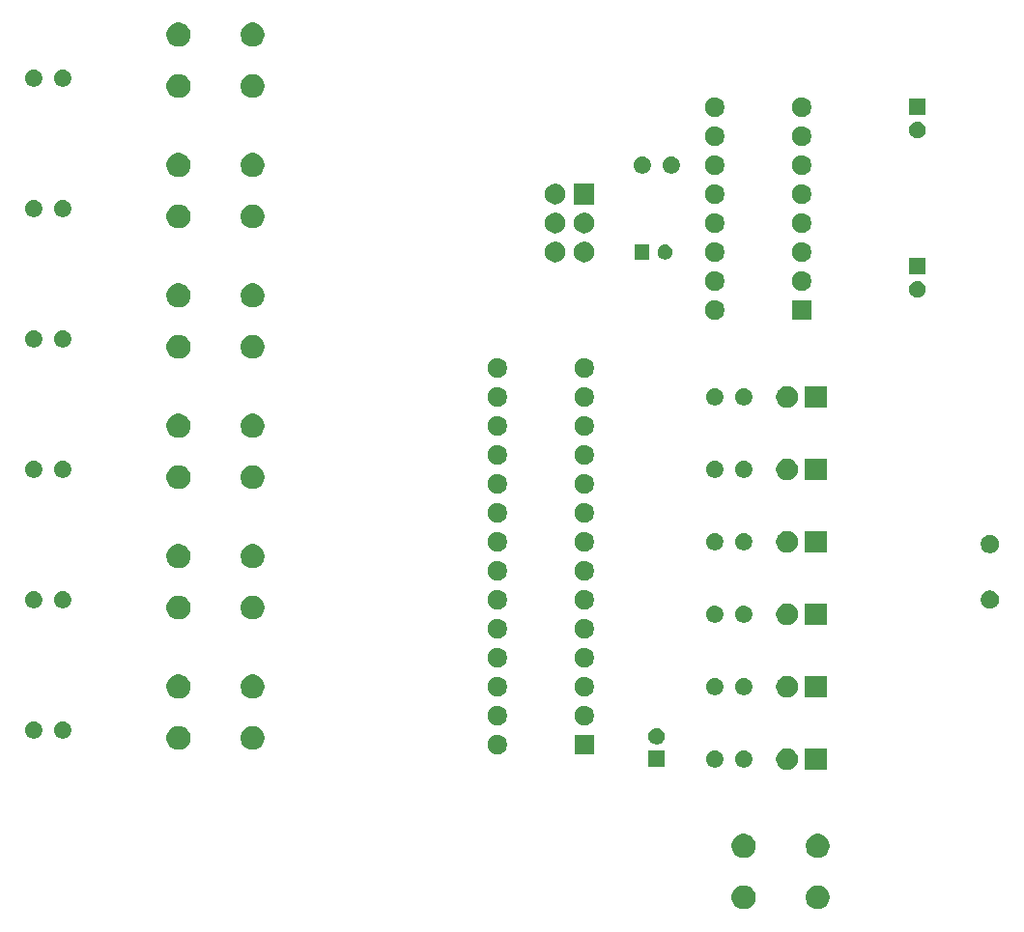
<source format=gbr>
G04 #@! TF.GenerationSoftware,KiCad,Pcbnew,5.1.5+dfsg1-2build2*
G04 #@! TF.CreationDate,2021-06-07T18:50:27-07:00*
G04 #@! TF.ProjectId,Atmega328p,41746d65-6761-4333-9238-702e6b696361,rev?*
G04 #@! TF.SameCoordinates,Original*
G04 #@! TF.FileFunction,Soldermask,Bot*
G04 #@! TF.FilePolarity,Negative*
%FSLAX46Y46*%
G04 Gerber Fmt 4.6, Leading zero omitted, Abs format (unit mm)*
G04 Created by KiCad (PCBNEW 5.1.5+dfsg1-2build2) date 2021-06-07 18:50:27*
%MOMM*%
%LPD*%
G04 APERTURE LIST*
%ADD10C,0.100000*%
G04 APERTURE END LIST*
D10*
G36*
X178256564Y-134299389D02*
G01*
X178447833Y-134378615D01*
X178447835Y-134378616D01*
X178619973Y-134493635D01*
X178766365Y-134640027D01*
X178881385Y-134812167D01*
X178960611Y-135003436D01*
X179001000Y-135206484D01*
X179001000Y-135413516D01*
X178960611Y-135616564D01*
X178881385Y-135807833D01*
X178881384Y-135807835D01*
X178766365Y-135979973D01*
X178619973Y-136126365D01*
X178447835Y-136241384D01*
X178447834Y-136241385D01*
X178447833Y-136241385D01*
X178256564Y-136320611D01*
X178053516Y-136361000D01*
X177846484Y-136361000D01*
X177643436Y-136320611D01*
X177452167Y-136241385D01*
X177452166Y-136241385D01*
X177452165Y-136241384D01*
X177280027Y-136126365D01*
X177133635Y-135979973D01*
X177018616Y-135807835D01*
X177018615Y-135807833D01*
X176939389Y-135616564D01*
X176899000Y-135413516D01*
X176899000Y-135206484D01*
X176939389Y-135003436D01*
X177018615Y-134812167D01*
X177133635Y-134640027D01*
X177280027Y-134493635D01*
X177452165Y-134378616D01*
X177452167Y-134378615D01*
X177643436Y-134299389D01*
X177846484Y-134259000D01*
X178053516Y-134259000D01*
X178256564Y-134299389D01*
G37*
G36*
X171756564Y-134299389D02*
G01*
X171947833Y-134378615D01*
X171947835Y-134378616D01*
X172119973Y-134493635D01*
X172266365Y-134640027D01*
X172381385Y-134812167D01*
X172460611Y-135003436D01*
X172501000Y-135206484D01*
X172501000Y-135413516D01*
X172460611Y-135616564D01*
X172381385Y-135807833D01*
X172381384Y-135807835D01*
X172266365Y-135979973D01*
X172119973Y-136126365D01*
X171947835Y-136241384D01*
X171947834Y-136241385D01*
X171947833Y-136241385D01*
X171756564Y-136320611D01*
X171553516Y-136361000D01*
X171346484Y-136361000D01*
X171143436Y-136320611D01*
X170952167Y-136241385D01*
X170952166Y-136241385D01*
X170952165Y-136241384D01*
X170780027Y-136126365D01*
X170633635Y-135979973D01*
X170518616Y-135807835D01*
X170518615Y-135807833D01*
X170439389Y-135616564D01*
X170399000Y-135413516D01*
X170399000Y-135206484D01*
X170439389Y-135003436D01*
X170518615Y-134812167D01*
X170633635Y-134640027D01*
X170780027Y-134493635D01*
X170952165Y-134378616D01*
X170952167Y-134378615D01*
X171143436Y-134299389D01*
X171346484Y-134259000D01*
X171553516Y-134259000D01*
X171756564Y-134299389D01*
G37*
G36*
X171756564Y-129799389D02*
G01*
X171947833Y-129878615D01*
X171947835Y-129878616D01*
X172119973Y-129993635D01*
X172266365Y-130140027D01*
X172381385Y-130312167D01*
X172460611Y-130503436D01*
X172501000Y-130706484D01*
X172501000Y-130913516D01*
X172460611Y-131116564D01*
X172381385Y-131307833D01*
X172381384Y-131307835D01*
X172266365Y-131479973D01*
X172119973Y-131626365D01*
X171947835Y-131741384D01*
X171947834Y-131741385D01*
X171947833Y-131741385D01*
X171756564Y-131820611D01*
X171553516Y-131861000D01*
X171346484Y-131861000D01*
X171143436Y-131820611D01*
X170952167Y-131741385D01*
X170952166Y-131741385D01*
X170952165Y-131741384D01*
X170780027Y-131626365D01*
X170633635Y-131479973D01*
X170518616Y-131307835D01*
X170518615Y-131307833D01*
X170439389Y-131116564D01*
X170399000Y-130913516D01*
X170399000Y-130706484D01*
X170439389Y-130503436D01*
X170518615Y-130312167D01*
X170633635Y-130140027D01*
X170780027Y-129993635D01*
X170952165Y-129878616D01*
X170952167Y-129878615D01*
X171143436Y-129799389D01*
X171346484Y-129759000D01*
X171553516Y-129759000D01*
X171756564Y-129799389D01*
G37*
G36*
X178256564Y-129799389D02*
G01*
X178447833Y-129878615D01*
X178447835Y-129878616D01*
X178619973Y-129993635D01*
X178766365Y-130140027D01*
X178881385Y-130312167D01*
X178960611Y-130503436D01*
X179001000Y-130706484D01*
X179001000Y-130913516D01*
X178960611Y-131116564D01*
X178881385Y-131307833D01*
X178881384Y-131307835D01*
X178766365Y-131479973D01*
X178619973Y-131626365D01*
X178447835Y-131741384D01*
X178447834Y-131741385D01*
X178447833Y-131741385D01*
X178256564Y-131820611D01*
X178053516Y-131861000D01*
X177846484Y-131861000D01*
X177643436Y-131820611D01*
X177452167Y-131741385D01*
X177452166Y-131741385D01*
X177452165Y-131741384D01*
X177280027Y-131626365D01*
X177133635Y-131479973D01*
X177018616Y-131307835D01*
X177018615Y-131307833D01*
X176939389Y-131116564D01*
X176899000Y-130913516D01*
X176899000Y-130706484D01*
X176939389Y-130503436D01*
X177018615Y-130312167D01*
X177133635Y-130140027D01*
X177280027Y-129993635D01*
X177452165Y-129878616D01*
X177452167Y-129878615D01*
X177643436Y-129799389D01*
X177846484Y-129759000D01*
X178053516Y-129759000D01*
X178256564Y-129799389D01*
G37*
G36*
X178751000Y-124141000D02*
G01*
X176849000Y-124141000D01*
X176849000Y-122239000D01*
X178751000Y-122239000D01*
X178751000Y-124141000D01*
G37*
G36*
X175537395Y-122275546D02*
G01*
X175710466Y-122347234D01*
X175715520Y-122350611D01*
X175866227Y-122451310D01*
X175998690Y-122583773D01*
X176051081Y-122662182D01*
X176102766Y-122739534D01*
X176174454Y-122912605D01*
X176211000Y-123096333D01*
X176211000Y-123283667D01*
X176174454Y-123467395D01*
X176102766Y-123640466D01*
X176083877Y-123668735D01*
X175998690Y-123796227D01*
X175866227Y-123928690D01*
X175787818Y-123981081D01*
X175710466Y-124032766D01*
X175537395Y-124104454D01*
X175353667Y-124141000D01*
X175166333Y-124141000D01*
X174982605Y-124104454D01*
X174809534Y-124032766D01*
X174732182Y-123981081D01*
X174653773Y-123928690D01*
X174521310Y-123796227D01*
X174436123Y-123668735D01*
X174417234Y-123640466D01*
X174345546Y-123467395D01*
X174309000Y-123283667D01*
X174309000Y-123096333D01*
X174345546Y-122912605D01*
X174417234Y-122739534D01*
X174468919Y-122662182D01*
X174521310Y-122583773D01*
X174653773Y-122451310D01*
X174804480Y-122350611D01*
X174809534Y-122347234D01*
X174982605Y-122275546D01*
X175166333Y-122239000D01*
X175353667Y-122239000D01*
X175537395Y-122275546D01*
G37*
G36*
X171649653Y-122464000D02*
G01*
X171669059Y-122467860D01*
X171805732Y-122524472D01*
X171928735Y-122606660D01*
X172033340Y-122711265D01*
X172115528Y-122834268D01*
X172172140Y-122970941D01*
X172201000Y-123116033D01*
X172201000Y-123263967D01*
X172172140Y-123409059D01*
X172115528Y-123545732D01*
X172033340Y-123668735D01*
X171928735Y-123773340D01*
X171805732Y-123855528D01*
X171805731Y-123855529D01*
X171805730Y-123855529D01*
X171669059Y-123912140D01*
X171523968Y-123941000D01*
X171376032Y-123941000D01*
X171230941Y-123912140D01*
X171094270Y-123855529D01*
X171094269Y-123855529D01*
X171094268Y-123855528D01*
X170971265Y-123773340D01*
X170866660Y-123668735D01*
X170784472Y-123545732D01*
X170727860Y-123409059D01*
X170699000Y-123263967D01*
X170699000Y-123116033D01*
X170727860Y-122970941D01*
X170784472Y-122834268D01*
X170866660Y-122711265D01*
X170971265Y-122606660D01*
X171094268Y-122524472D01*
X171230941Y-122467860D01*
X171250347Y-122464000D01*
X171376032Y-122439000D01*
X171523968Y-122439000D01*
X171649653Y-122464000D01*
G37*
G36*
X169109653Y-122464000D02*
G01*
X169129059Y-122467860D01*
X169265732Y-122524472D01*
X169388735Y-122606660D01*
X169493340Y-122711265D01*
X169575528Y-122834268D01*
X169632140Y-122970941D01*
X169661000Y-123116033D01*
X169661000Y-123263967D01*
X169632140Y-123409059D01*
X169575528Y-123545732D01*
X169493340Y-123668735D01*
X169388735Y-123773340D01*
X169265732Y-123855528D01*
X169265731Y-123855529D01*
X169265730Y-123855529D01*
X169129059Y-123912140D01*
X168983968Y-123941000D01*
X168836032Y-123941000D01*
X168690941Y-123912140D01*
X168554270Y-123855529D01*
X168554269Y-123855529D01*
X168554268Y-123855528D01*
X168431265Y-123773340D01*
X168326660Y-123668735D01*
X168244472Y-123545732D01*
X168187860Y-123409059D01*
X168159000Y-123263967D01*
X168159000Y-123116033D01*
X168187860Y-122970941D01*
X168244472Y-122834268D01*
X168326660Y-122711265D01*
X168431265Y-122606660D01*
X168554268Y-122524472D01*
X168690941Y-122467860D01*
X168710347Y-122464000D01*
X168836032Y-122439000D01*
X168983968Y-122439000D01*
X169109653Y-122464000D01*
G37*
G36*
X164556000Y-123916000D02*
G01*
X163104000Y-123916000D01*
X163104000Y-122464000D01*
X164556000Y-122464000D01*
X164556000Y-123916000D01*
G37*
G36*
X150108228Y-121101703D02*
G01*
X150263100Y-121165853D01*
X150402481Y-121258985D01*
X150521015Y-121377519D01*
X150614147Y-121516900D01*
X150678297Y-121671772D01*
X150711000Y-121836184D01*
X150711000Y-122003816D01*
X150678297Y-122168228D01*
X150614147Y-122323100D01*
X150521015Y-122462481D01*
X150402481Y-122581015D01*
X150263100Y-122674147D01*
X150108228Y-122738297D01*
X149943816Y-122771000D01*
X149776184Y-122771000D01*
X149611772Y-122738297D01*
X149456900Y-122674147D01*
X149317519Y-122581015D01*
X149198985Y-122462481D01*
X149105853Y-122323100D01*
X149041703Y-122168228D01*
X149009000Y-122003816D01*
X149009000Y-121836184D01*
X149041703Y-121671772D01*
X149105853Y-121516900D01*
X149198985Y-121377519D01*
X149317519Y-121258985D01*
X149456900Y-121165853D01*
X149611772Y-121101703D01*
X149776184Y-121069000D01*
X149943816Y-121069000D01*
X150108228Y-121101703D01*
G37*
G36*
X158331000Y-122771000D02*
G01*
X156629000Y-122771000D01*
X156629000Y-121069000D01*
X158331000Y-121069000D01*
X158331000Y-122771000D01*
G37*
G36*
X128726564Y-120329389D02*
G01*
X128917833Y-120408615D01*
X128917835Y-120408616D01*
X129089973Y-120523635D01*
X129236365Y-120670027D01*
X129272407Y-120723967D01*
X129351385Y-120842167D01*
X129430611Y-121033436D01*
X129471000Y-121236484D01*
X129471000Y-121443516D01*
X129430611Y-121646564D01*
X129351385Y-121837833D01*
X129351384Y-121837835D01*
X129236365Y-122009973D01*
X129089973Y-122156365D01*
X128917835Y-122271384D01*
X128917834Y-122271385D01*
X128917833Y-122271385D01*
X128726564Y-122350611D01*
X128523516Y-122391000D01*
X128316484Y-122391000D01*
X128113436Y-122350611D01*
X127922167Y-122271385D01*
X127922166Y-122271385D01*
X127922165Y-122271384D01*
X127750027Y-122156365D01*
X127603635Y-122009973D01*
X127488616Y-121837835D01*
X127488615Y-121837833D01*
X127409389Y-121646564D01*
X127369000Y-121443516D01*
X127369000Y-121236484D01*
X127409389Y-121033436D01*
X127488615Y-120842167D01*
X127567594Y-120723967D01*
X127603635Y-120670027D01*
X127750027Y-120523635D01*
X127922165Y-120408616D01*
X127922167Y-120408615D01*
X128113436Y-120329389D01*
X128316484Y-120289000D01*
X128523516Y-120289000D01*
X128726564Y-120329389D01*
G37*
G36*
X122226564Y-120329389D02*
G01*
X122417833Y-120408615D01*
X122417835Y-120408616D01*
X122589973Y-120523635D01*
X122736365Y-120670027D01*
X122772407Y-120723967D01*
X122851385Y-120842167D01*
X122930611Y-121033436D01*
X122971000Y-121236484D01*
X122971000Y-121443516D01*
X122930611Y-121646564D01*
X122851385Y-121837833D01*
X122851384Y-121837835D01*
X122736365Y-122009973D01*
X122589973Y-122156365D01*
X122417835Y-122271384D01*
X122417834Y-122271385D01*
X122417833Y-122271385D01*
X122226564Y-122350611D01*
X122023516Y-122391000D01*
X121816484Y-122391000D01*
X121613436Y-122350611D01*
X121422167Y-122271385D01*
X121422166Y-122271385D01*
X121422165Y-122271384D01*
X121250027Y-122156365D01*
X121103635Y-122009973D01*
X120988616Y-121837835D01*
X120988615Y-121837833D01*
X120909389Y-121646564D01*
X120869000Y-121443516D01*
X120869000Y-121236484D01*
X120909389Y-121033436D01*
X120988615Y-120842167D01*
X121067594Y-120723967D01*
X121103635Y-120670027D01*
X121250027Y-120523635D01*
X121422165Y-120408616D01*
X121422167Y-120408615D01*
X121613436Y-120329389D01*
X121816484Y-120289000D01*
X122023516Y-120289000D01*
X122226564Y-120329389D01*
G37*
G36*
X164041766Y-120491899D02*
G01*
X164173888Y-120546626D01*
X164173890Y-120546627D01*
X164292798Y-120626079D01*
X164393921Y-120727202D01*
X164393922Y-120727204D01*
X164473374Y-120846112D01*
X164528101Y-120978234D01*
X164556000Y-121118494D01*
X164556000Y-121261506D01*
X164528101Y-121401766D01*
X164480409Y-121516903D01*
X164473373Y-121533890D01*
X164393921Y-121652798D01*
X164292798Y-121753921D01*
X164173890Y-121833373D01*
X164173889Y-121833374D01*
X164173888Y-121833374D01*
X164041766Y-121888101D01*
X163901506Y-121916000D01*
X163758494Y-121916000D01*
X163618234Y-121888101D01*
X163486112Y-121833374D01*
X163486111Y-121833374D01*
X163486110Y-121833373D01*
X163367202Y-121753921D01*
X163266079Y-121652798D01*
X163186627Y-121533890D01*
X163179591Y-121516903D01*
X163131899Y-121401766D01*
X163104000Y-121261506D01*
X163104000Y-121118494D01*
X163131899Y-120978234D01*
X163186626Y-120846112D01*
X163266078Y-120727204D01*
X163266079Y-120727202D01*
X163367202Y-120626079D01*
X163486110Y-120546627D01*
X163486112Y-120546626D01*
X163618234Y-120491899D01*
X163758494Y-120464000D01*
X163901506Y-120464000D01*
X164041766Y-120491899D01*
G37*
G36*
X109439059Y-119927860D02*
G01*
X109575732Y-119984472D01*
X109698735Y-120066660D01*
X109803340Y-120171265D01*
X109885528Y-120294268D01*
X109942140Y-120430941D01*
X109971000Y-120576033D01*
X109971000Y-120723967D01*
X109942140Y-120869059D01*
X109885528Y-121005732D01*
X109803340Y-121128735D01*
X109698735Y-121233340D01*
X109575732Y-121315528D01*
X109575731Y-121315529D01*
X109575730Y-121315529D01*
X109439059Y-121372140D01*
X109293968Y-121401000D01*
X109146032Y-121401000D01*
X109000941Y-121372140D01*
X108864270Y-121315529D01*
X108864269Y-121315529D01*
X108864268Y-121315528D01*
X108741265Y-121233340D01*
X108636660Y-121128735D01*
X108554472Y-121005732D01*
X108497860Y-120869059D01*
X108469000Y-120723967D01*
X108469000Y-120576033D01*
X108497860Y-120430941D01*
X108554472Y-120294268D01*
X108636660Y-120171265D01*
X108741265Y-120066660D01*
X108864268Y-119984472D01*
X109000941Y-119927860D01*
X109146032Y-119899000D01*
X109293968Y-119899000D01*
X109439059Y-119927860D01*
G37*
G36*
X111979059Y-119927860D02*
G01*
X112115732Y-119984472D01*
X112238735Y-120066660D01*
X112343340Y-120171265D01*
X112425528Y-120294268D01*
X112482140Y-120430941D01*
X112511000Y-120576033D01*
X112511000Y-120723967D01*
X112482140Y-120869059D01*
X112425528Y-121005732D01*
X112343340Y-121128735D01*
X112238735Y-121233340D01*
X112115732Y-121315528D01*
X112115731Y-121315529D01*
X112115730Y-121315529D01*
X111979059Y-121372140D01*
X111833968Y-121401000D01*
X111686032Y-121401000D01*
X111540941Y-121372140D01*
X111404270Y-121315529D01*
X111404269Y-121315529D01*
X111404268Y-121315528D01*
X111281265Y-121233340D01*
X111176660Y-121128735D01*
X111094472Y-121005732D01*
X111037860Y-120869059D01*
X111009000Y-120723967D01*
X111009000Y-120576033D01*
X111037860Y-120430941D01*
X111094472Y-120294268D01*
X111176660Y-120171265D01*
X111281265Y-120066660D01*
X111404268Y-119984472D01*
X111540941Y-119927860D01*
X111686032Y-119899000D01*
X111833968Y-119899000D01*
X111979059Y-119927860D01*
G37*
G36*
X150108228Y-118561703D02*
G01*
X150263100Y-118625853D01*
X150402481Y-118718985D01*
X150521015Y-118837519D01*
X150614147Y-118976900D01*
X150678297Y-119131772D01*
X150711000Y-119296184D01*
X150711000Y-119463816D01*
X150678297Y-119628228D01*
X150614147Y-119783100D01*
X150521015Y-119922481D01*
X150402481Y-120041015D01*
X150263100Y-120134147D01*
X150108228Y-120198297D01*
X149943816Y-120231000D01*
X149776184Y-120231000D01*
X149611772Y-120198297D01*
X149456900Y-120134147D01*
X149317519Y-120041015D01*
X149198985Y-119922481D01*
X149105853Y-119783100D01*
X149041703Y-119628228D01*
X149009000Y-119463816D01*
X149009000Y-119296184D01*
X149041703Y-119131772D01*
X149105853Y-118976900D01*
X149198985Y-118837519D01*
X149317519Y-118718985D01*
X149456900Y-118625853D01*
X149611772Y-118561703D01*
X149776184Y-118529000D01*
X149943816Y-118529000D01*
X150108228Y-118561703D01*
G37*
G36*
X157728228Y-118561703D02*
G01*
X157883100Y-118625853D01*
X158022481Y-118718985D01*
X158141015Y-118837519D01*
X158234147Y-118976900D01*
X158298297Y-119131772D01*
X158331000Y-119296184D01*
X158331000Y-119463816D01*
X158298297Y-119628228D01*
X158234147Y-119783100D01*
X158141015Y-119922481D01*
X158022481Y-120041015D01*
X157883100Y-120134147D01*
X157728228Y-120198297D01*
X157563816Y-120231000D01*
X157396184Y-120231000D01*
X157231772Y-120198297D01*
X157076900Y-120134147D01*
X156937519Y-120041015D01*
X156818985Y-119922481D01*
X156725853Y-119783100D01*
X156661703Y-119628228D01*
X156629000Y-119463816D01*
X156629000Y-119296184D01*
X156661703Y-119131772D01*
X156725853Y-118976900D01*
X156818985Y-118837519D01*
X156937519Y-118718985D01*
X157076900Y-118625853D01*
X157231772Y-118561703D01*
X157396184Y-118529000D01*
X157563816Y-118529000D01*
X157728228Y-118561703D01*
G37*
G36*
X122226564Y-115829389D02*
G01*
X122417833Y-115908615D01*
X122417835Y-115908616D01*
X122443174Y-115925547D01*
X122589973Y-116023635D01*
X122736365Y-116170027D01*
X122851385Y-116342167D01*
X122930611Y-116533436D01*
X122971000Y-116736484D01*
X122971000Y-116943516D01*
X122930611Y-117146564D01*
X122851385Y-117337833D01*
X122851384Y-117337835D01*
X122736365Y-117509973D01*
X122589973Y-117656365D01*
X122417835Y-117771384D01*
X122417834Y-117771385D01*
X122417833Y-117771385D01*
X122226564Y-117850611D01*
X122023516Y-117891000D01*
X121816484Y-117891000D01*
X121613436Y-117850611D01*
X121422167Y-117771385D01*
X121422166Y-117771385D01*
X121422165Y-117771384D01*
X121250027Y-117656365D01*
X121103635Y-117509973D01*
X120988616Y-117337835D01*
X120988615Y-117337833D01*
X120909389Y-117146564D01*
X120869000Y-116943516D01*
X120869000Y-116736484D01*
X120909389Y-116533436D01*
X120988615Y-116342167D01*
X121103635Y-116170027D01*
X121250027Y-116023635D01*
X121396826Y-115925547D01*
X121422165Y-115908616D01*
X121422167Y-115908615D01*
X121613436Y-115829389D01*
X121816484Y-115789000D01*
X122023516Y-115789000D01*
X122226564Y-115829389D01*
G37*
G36*
X128726564Y-115829389D02*
G01*
X128917833Y-115908615D01*
X128917835Y-115908616D01*
X128943174Y-115925547D01*
X129089973Y-116023635D01*
X129236365Y-116170027D01*
X129351385Y-116342167D01*
X129430611Y-116533436D01*
X129471000Y-116736484D01*
X129471000Y-116943516D01*
X129430611Y-117146564D01*
X129351385Y-117337833D01*
X129351384Y-117337835D01*
X129236365Y-117509973D01*
X129089973Y-117656365D01*
X128917835Y-117771384D01*
X128917834Y-117771385D01*
X128917833Y-117771385D01*
X128726564Y-117850611D01*
X128523516Y-117891000D01*
X128316484Y-117891000D01*
X128113436Y-117850611D01*
X127922167Y-117771385D01*
X127922166Y-117771385D01*
X127922165Y-117771384D01*
X127750027Y-117656365D01*
X127603635Y-117509973D01*
X127488616Y-117337835D01*
X127488615Y-117337833D01*
X127409389Y-117146564D01*
X127369000Y-116943516D01*
X127369000Y-116736484D01*
X127409389Y-116533436D01*
X127488615Y-116342167D01*
X127603635Y-116170027D01*
X127750027Y-116023635D01*
X127896826Y-115925547D01*
X127922165Y-115908616D01*
X127922167Y-115908615D01*
X128113436Y-115829389D01*
X128316484Y-115789000D01*
X128523516Y-115789000D01*
X128726564Y-115829389D01*
G37*
G36*
X175537395Y-115925546D02*
G01*
X175710466Y-115997234D01*
X175710467Y-115997235D01*
X175866227Y-116101310D01*
X175998690Y-116233773D01*
X176041284Y-116297520D01*
X176102766Y-116389534D01*
X176174454Y-116562605D01*
X176211000Y-116746333D01*
X176211000Y-116933667D01*
X176174454Y-117117395D01*
X176102766Y-117290466D01*
X176083877Y-117318735D01*
X175998690Y-117446227D01*
X175866227Y-117578690D01*
X175843092Y-117594148D01*
X175710466Y-117682766D01*
X175537395Y-117754454D01*
X175353667Y-117791000D01*
X175166333Y-117791000D01*
X174982605Y-117754454D01*
X174809534Y-117682766D01*
X174676908Y-117594148D01*
X174653773Y-117578690D01*
X174521310Y-117446227D01*
X174436123Y-117318735D01*
X174417234Y-117290466D01*
X174345546Y-117117395D01*
X174309000Y-116933667D01*
X174309000Y-116746333D01*
X174345546Y-116562605D01*
X174417234Y-116389534D01*
X174478716Y-116297520D01*
X174521310Y-116233773D01*
X174653773Y-116101310D01*
X174809533Y-115997235D01*
X174809534Y-115997234D01*
X174982605Y-115925546D01*
X175166333Y-115889000D01*
X175353667Y-115889000D01*
X175537395Y-115925546D01*
G37*
G36*
X178751000Y-117791000D02*
G01*
X176849000Y-117791000D01*
X176849000Y-115889000D01*
X178751000Y-115889000D01*
X178751000Y-117791000D01*
G37*
G36*
X150108228Y-116021703D02*
G01*
X150263100Y-116085853D01*
X150402481Y-116178985D01*
X150521015Y-116297519D01*
X150614147Y-116436900D01*
X150678297Y-116591772D01*
X150711000Y-116756184D01*
X150711000Y-116923816D01*
X150678297Y-117088228D01*
X150614147Y-117243100D01*
X150521015Y-117382481D01*
X150402481Y-117501015D01*
X150263100Y-117594147D01*
X150108228Y-117658297D01*
X149943816Y-117691000D01*
X149776184Y-117691000D01*
X149611772Y-117658297D01*
X149456900Y-117594147D01*
X149317519Y-117501015D01*
X149198985Y-117382481D01*
X149105853Y-117243100D01*
X149041703Y-117088228D01*
X149009000Y-116923816D01*
X149009000Y-116756184D01*
X149041703Y-116591772D01*
X149105853Y-116436900D01*
X149198985Y-116297519D01*
X149317519Y-116178985D01*
X149456900Y-116085853D01*
X149611772Y-116021703D01*
X149776184Y-115989000D01*
X149943816Y-115989000D01*
X150108228Y-116021703D01*
G37*
G36*
X157728228Y-116021703D02*
G01*
X157883100Y-116085853D01*
X158022481Y-116178985D01*
X158141015Y-116297519D01*
X158234147Y-116436900D01*
X158298297Y-116591772D01*
X158331000Y-116756184D01*
X158331000Y-116923816D01*
X158298297Y-117088228D01*
X158234147Y-117243100D01*
X158141015Y-117382481D01*
X158022481Y-117501015D01*
X157883100Y-117594147D01*
X157728228Y-117658297D01*
X157563816Y-117691000D01*
X157396184Y-117691000D01*
X157231772Y-117658297D01*
X157076900Y-117594147D01*
X156937519Y-117501015D01*
X156818985Y-117382481D01*
X156725853Y-117243100D01*
X156661703Y-117088228D01*
X156629000Y-116923816D01*
X156629000Y-116756184D01*
X156661703Y-116591772D01*
X156725853Y-116436900D01*
X156818985Y-116297519D01*
X156937519Y-116178985D01*
X157076900Y-116085853D01*
X157231772Y-116021703D01*
X157396184Y-115989000D01*
X157563816Y-115989000D01*
X157728228Y-116021703D01*
G37*
G36*
X171585850Y-116101309D02*
G01*
X171669059Y-116117860D01*
X171805732Y-116174472D01*
X171928735Y-116256660D01*
X172033340Y-116361265D01*
X172115528Y-116484268D01*
X172115529Y-116484270D01*
X172172140Y-116620941D01*
X172201000Y-116766032D01*
X172201000Y-116913968D01*
X172172140Y-117059059D01*
X172115528Y-117195732D01*
X172033340Y-117318735D01*
X171928735Y-117423340D01*
X171805732Y-117505528D01*
X171805731Y-117505529D01*
X171805730Y-117505529D01*
X171669059Y-117562140D01*
X171523968Y-117591000D01*
X171376032Y-117591000D01*
X171230941Y-117562140D01*
X171094270Y-117505529D01*
X171094269Y-117505529D01*
X171094268Y-117505528D01*
X170971265Y-117423340D01*
X170866660Y-117318735D01*
X170784472Y-117195732D01*
X170727860Y-117059059D01*
X170699000Y-116913968D01*
X170699000Y-116766032D01*
X170727860Y-116620941D01*
X170784471Y-116484270D01*
X170784472Y-116484268D01*
X170866660Y-116361265D01*
X170971265Y-116256660D01*
X171094268Y-116174472D01*
X171230941Y-116117860D01*
X171314150Y-116101309D01*
X171376032Y-116089000D01*
X171523968Y-116089000D01*
X171585850Y-116101309D01*
G37*
G36*
X169045850Y-116101309D02*
G01*
X169129059Y-116117860D01*
X169265732Y-116174472D01*
X169388735Y-116256660D01*
X169493340Y-116361265D01*
X169575528Y-116484268D01*
X169575529Y-116484270D01*
X169632140Y-116620941D01*
X169661000Y-116766032D01*
X169661000Y-116913968D01*
X169632140Y-117059059D01*
X169575528Y-117195732D01*
X169493340Y-117318735D01*
X169388735Y-117423340D01*
X169265732Y-117505528D01*
X169265731Y-117505529D01*
X169265730Y-117505529D01*
X169129059Y-117562140D01*
X168983968Y-117591000D01*
X168836032Y-117591000D01*
X168690941Y-117562140D01*
X168554270Y-117505529D01*
X168554269Y-117505529D01*
X168554268Y-117505528D01*
X168431265Y-117423340D01*
X168326660Y-117318735D01*
X168244472Y-117195732D01*
X168187860Y-117059059D01*
X168159000Y-116913968D01*
X168159000Y-116766032D01*
X168187860Y-116620941D01*
X168244471Y-116484270D01*
X168244472Y-116484268D01*
X168326660Y-116361265D01*
X168431265Y-116256660D01*
X168554268Y-116174472D01*
X168690941Y-116117860D01*
X168774150Y-116101309D01*
X168836032Y-116089000D01*
X168983968Y-116089000D01*
X169045850Y-116101309D01*
G37*
G36*
X150108228Y-113481703D02*
G01*
X150263100Y-113545853D01*
X150402481Y-113638985D01*
X150521015Y-113757519D01*
X150614147Y-113896900D01*
X150678297Y-114051772D01*
X150711000Y-114216184D01*
X150711000Y-114383816D01*
X150678297Y-114548228D01*
X150614147Y-114703100D01*
X150521015Y-114842481D01*
X150402481Y-114961015D01*
X150263100Y-115054147D01*
X150108228Y-115118297D01*
X149943816Y-115151000D01*
X149776184Y-115151000D01*
X149611772Y-115118297D01*
X149456900Y-115054147D01*
X149317519Y-114961015D01*
X149198985Y-114842481D01*
X149105853Y-114703100D01*
X149041703Y-114548228D01*
X149009000Y-114383816D01*
X149009000Y-114216184D01*
X149041703Y-114051772D01*
X149105853Y-113896900D01*
X149198985Y-113757519D01*
X149317519Y-113638985D01*
X149456900Y-113545853D01*
X149611772Y-113481703D01*
X149776184Y-113449000D01*
X149943816Y-113449000D01*
X150108228Y-113481703D01*
G37*
G36*
X157728228Y-113481703D02*
G01*
X157883100Y-113545853D01*
X158022481Y-113638985D01*
X158141015Y-113757519D01*
X158234147Y-113896900D01*
X158298297Y-114051772D01*
X158331000Y-114216184D01*
X158331000Y-114383816D01*
X158298297Y-114548228D01*
X158234147Y-114703100D01*
X158141015Y-114842481D01*
X158022481Y-114961015D01*
X157883100Y-115054147D01*
X157728228Y-115118297D01*
X157563816Y-115151000D01*
X157396184Y-115151000D01*
X157231772Y-115118297D01*
X157076900Y-115054147D01*
X156937519Y-114961015D01*
X156818985Y-114842481D01*
X156725853Y-114703100D01*
X156661703Y-114548228D01*
X156629000Y-114383816D01*
X156629000Y-114216184D01*
X156661703Y-114051772D01*
X156725853Y-113896900D01*
X156818985Y-113757519D01*
X156937519Y-113638985D01*
X157076900Y-113545853D01*
X157231772Y-113481703D01*
X157396184Y-113449000D01*
X157563816Y-113449000D01*
X157728228Y-113481703D01*
G37*
G36*
X157728228Y-110941703D02*
G01*
X157883100Y-111005853D01*
X158022481Y-111098985D01*
X158141015Y-111217519D01*
X158234147Y-111356900D01*
X158298297Y-111511772D01*
X158331000Y-111676184D01*
X158331000Y-111843816D01*
X158298297Y-112008228D01*
X158234147Y-112163100D01*
X158141015Y-112302481D01*
X158022481Y-112421015D01*
X157883100Y-112514147D01*
X157728228Y-112578297D01*
X157563816Y-112611000D01*
X157396184Y-112611000D01*
X157231772Y-112578297D01*
X157076900Y-112514147D01*
X156937519Y-112421015D01*
X156818985Y-112302481D01*
X156725853Y-112163100D01*
X156661703Y-112008228D01*
X156629000Y-111843816D01*
X156629000Y-111676184D01*
X156661703Y-111511772D01*
X156725853Y-111356900D01*
X156818985Y-111217519D01*
X156937519Y-111098985D01*
X157076900Y-111005853D01*
X157231772Y-110941703D01*
X157396184Y-110909000D01*
X157563816Y-110909000D01*
X157728228Y-110941703D01*
G37*
G36*
X150108228Y-110941703D02*
G01*
X150263100Y-111005853D01*
X150402481Y-111098985D01*
X150521015Y-111217519D01*
X150614147Y-111356900D01*
X150678297Y-111511772D01*
X150711000Y-111676184D01*
X150711000Y-111843816D01*
X150678297Y-112008228D01*
X150614147Y-112163100D01*
X150521015Y-112302481D01*
X150402481Y-112421015D01*
X150263100Y-112514147D01*
X150108228Y-112578297D01*
X149943816Y-112611000D01*
X149776184Y-112611000D01*
X149611772Y-112578297D01*
X149456900Y-112514147D01*
X149317519Y-112421015D01*
X149198985Y-112302481D01*
X149105853Y-112163100D01*
X149041703Y-112008228D01*
X149009000Y-111843816D01*
X149009000Y-111676184D01*
X149041703Y-111511772D01*
X149105853Y-111356900D01*
X149198985Y-111217519D01*
X149317519Y-111098985D01*
X149456900Y-111005853D01*
X149611772Y-110941703D01*
X149776184Y-110909000D01*
X149943816Y-110909000D01*
X150108228Y-110941703D01*
G37*
G36*
X175537395Y-109575546D02*
G01*
X175710466Y-109647234D01*
X175710467Y-109647235D01*
X175866227Y-109751310D01*
X175998690Y-109883773D01*
X176029469Y-109929837D01*
X176102766Y-110039534D01*
X176174454Y-110212605D01*
X176211000Y-110396333D01*
X176211000Y-110583667D01*
X176174454Y-110767395D01*
X176102766Y-110940466D01*
X176083877Y-110968735D01*
X175998690Y-111096227D01*
X175866227Y-111228690D01*
X175787818Y-111281081D01*
X175710466Y-111332766D01*
X175537395Y-111404454D01*
X175353667Y-111441000D01*
X175166333Y-111441000D01*
X174982605Y-111404454D01*
X174809534Y-111332766D01*
X174732182Y-111281081D01*
X174653773Y-111228690D01*
X174521310Y-111096227D01*
X174436123Y-110968735D01*
X174417234Y-110940466D01*
X174345546Y-110767395D01*
X174309000Y-110583667D01*
X174309000Y-110396333D01*
X174345546Y-110212605D01*
X174417234Y-110039534D01*
X174490531Y-109929837D01*
X174521310Y-109883773D01*
X174653773Y-109751310D01*
X174809533Y-109647235D01*
X174809534Y-109647234D01*
X174982605Y-109575546D01*
X175166333Y-109539000D01*
X175353667Y-109539000D01*
X175537395Y-109575546D01*
G37*
G36*
X178751000Y-111441000D02*
G01*
X176849000Y-111441000D01*
X176849000Y-109539000D01*
X178751000Y-109539000D01*
X178751000Y-111441000D01*
G37*
G36*
X171669059Y-109767860D02*
G01*
X171762306Y-109806484D01*
X171805732Y-109824472D01*
X171928735Y-109906660D01*
X172033340Y-110011265D01*
X172115528Y-110134268D01*
X172115529Y-110134270D01*
X172172140Y-110270941D01*
X172199370Y-110407835D01*
X172201000Y-110416033D01*
X172201000Y-110563967D01*
X172172140Y-110709059D01*
X172115528Y-110845732D01*
X172033340Y-110968735D01*
X171928735Y-111073340D01*
X171805732Y-111155528D01*
X171805731Y-111155529D01*
X171805730Y-111155529D01*
X171669059Y-111212140D01*
X171523968Y-111241000D01*
X171376032Y-111241000D01*
X171230941Y-111212140D01*
X171094270Y-111155529D01*
X171094269Y-111155529D01*
X171094268Y-111155528D01*
X170971265Y-111073340D01*
X170866660Y-110968735D01*
X170784472Y-110845732D01*
X170727860Y-110709059D01*
X170699000Y-110563967D01*
X170699000Y-110416033D01*
X170700631Y-110407835D01*
X170727860Y-110270941D01*
X170784471Y-110134270D01*
X170784472Y-110134268D01*
X170866660Y-110011265D01*
X170971265Y-109906660D01*
X171094268Y-109824472D01*
X171137695Y-109806484D01*
X171230941Y-109767860D01*
X171376032Y-109739000D01*
X171523968Y-109739000D01*
X171669059Y-109767860D01*
G37*
G36*
X169129059Y-109767860D02*
G01*
X169222306Y-109806484D01*
X169265732Y-109824472D01*
X169388735Y-109906660D01*
X169493340Y-110011265D01*
X169575528Y-110134268D01*
X169575529Y-110134270D01*
X169632140Y-110270941D01*
X169659370Y-110407835D01*
X169661000Y-110416033D01*
X169661000Y-110563967D01*
X169632140Y-110709059D01*
X169575528Y-110845732D01*
X169493340Y-110968735D01*
X169388735Y-111073340D01*
X169265732Y-111155528D01*
X169265731Y-111155529D01*
X169265730Y-111155529D01*
X169129059Y-111212140D01*
X168983968Y-111241000D01*
X168836032Y-111241000D01*
X168690941Y-111212140D01*
X168554270Y-111155529D01*
X168554269Y-111155529D01*
X168554268Y-111155528D01*
X168431265Y-111073340D01*
X168326660Y-110968735D01*
X168244472Y-110845732D01*
X168187860Y-110709059D01*
X168159000Y-110563967D01*
X168159000Y-110416033D01*
X168160631Y-110407835D01*
X168187860Y-110270941D01*
X168244471Y-110134270D01*
X168244472Y-110134268D01*
X168326660Y-110011265D01*
X168431265Y-109906660D01*
X168554268Y-109824472D01*
X168597695Y-109806484D01*
X168690941Y-109767860D01*
X168836032Y-109739000D01*
X168983968Y-109739000D01*
X169129059Y-109767860D01*
G37*
G36*
X122226564Y-108899389D02*
G01*
X122401310Y-108971771D01*
X122417835Y-108978616D01*
X122589973Y-109093635D01*
X122736365Y-109240027D01*
X122772407Y-109293967D01*
X122851385Y-109412167D01*
X122930611Y-109603436D01*
X122971000Y-109806484D01*
X122971000Y-110013516D01*
X122930611Y-110216564D01*
X122851385Y-110407833D01*
X122851384Y-110407835D01*
X122736365Y-110579973D01*
X122589973Y-110726365D01*
X122417835Y-110841384D01*
X122417834Y-110841385D01*
X122417833Y-110841385D01*
X122226564Y-110920611D01*
X122023516Y-110961000D01*
X121816484Y-110961000D01*
X121613436Y-110920611D01*
X121422167Y-110841385D01*
X121422166Y-110841385D01*
X121422165Y-110841384D01*
X121250027Y-110726365D01*
X121103635Y-110579973D01*
X120988616Y-110407835D01*
X120988615Y-110407833D01*
X120909389Y-110216564D01*
X120869000Y-110013516D01*
X120869000Y-109806484D01*
X120909389Y-109603436D01*
X120988615Y-109412167D01*
X121067594Y-109293967D01*
X121103635Y-109240027D01*
X121250027Y-109093635D01*
X121422165Y-108978616D01*
X121438690Y-108971771D01*
X121613436Y-108899389D01*
X121816484Y-108859000D01*
X122023516Y-108859000D01*
X122226564Y-108899389D01*
G37*
G36*
X128726564Y-108899389D02*
G01*
X128901310Y-108971771D01*
X128917835Y-108978616D01*
X129089973Y-109093635D01*
X129236365Y-109240027D01*
X129272407Y-109293967D01*
X129351385Y-109412167D01*
X129430611Y-109603436D01*
X129471000Y-109806484D01*
X129471000Y-110013516D01*
X129430611Y-110216564D01*
X129351385Y-110407833D01*
X129351384Y-110407835D01*
X129236365Y-110579973D01*
X129089973Y-110726365D01*
X128917835Y-110841384D01*
X128917834Y-110841385D01*
X128917833Y-110841385D01*
X128726564Y-110920611D01*
X128523516Y-110961000D01*
X128316484Y-110961000D01*
X128113436Y-110920611D01*
X127922167Y-110841385D01*
X127922166Y-110841385D01*
X127922165Y-110841384D01*
X127750027Y-110726365D01*
X127603635Y-110579973D01*
X127488616Y-110407835D01*
X127488615Y-110407833D01*
X127409389Y-110216564D01*
X127369000Y-110013516D01*
X127369000Y-109806484D01*
X127409389Y-109603436D01*
X127488615Y-109412167D01*
X127567594Y-109293967D01*
X127603635Y-109240027D01*
X127750027Y-109093635D01*
X127922165Y-108978616D01*
X127938690Y-108971771D01*
X128113436Y-108899389D01*
X128316484Y-108859000D01*
X128523516Y-108859000D01*
X128726564Y-108899389D01*
G37*
G36*
X157728228Y-108401703D02*
G01*
X157883100Y-108465853D01*
X158022481Y-108558985D01*
X158141015Y-108677519D01*
X158234147Y-108816900D01*
X158298297Y-108971772D01*
X158331000Y-109136184D01*
X158331000Y-109303816D01*
X158298297Y-109468228D01*
X158234147Y-109623100D01*
X158141015Y-109762481D01*
X158022481Y-109881015D01*
X157883100Y-109974147D01*
X157728228Y-110038297D01*
X157563816Y-110071000D01*
X157396184Y-110071000D01*
X157231772Y-110038297D01*
X157076900Y-109974147D01*
X156937519Y-109881015D01*
X156818985Y-109762481D01*
X156725853Y-109623100D01*
X156661703Y-109468228D01*
X156629000Y-109303816D01*
X156629000Y-109136184D01*
X156661703Y-108971772D01*
X156725853Y-108816900D01*
X156818985Y-108677519D01*
X156937519Y-108558985D01*
X157076900Y-108465853D01*
X157231772Y-108401703D01*
X157396184Y-108369000D01*
X157563816Y-108369000D01*
X157728228Y-108401703D01*
G37*
G36*
X150108228Y-108401703D02*
G01*
X150263100Y-108465853D01*
X150402481Y-108558985D01*
X150521015Y-108677519D01*
X150614147Y-108816900D01*
X150678297Y-108971772D01*
X150711000Y-109136184D01*
X150711000Y-109303816D01*
X150678297Y-109468228D01*
X150614147Y-109623100D01*
X150521015Y-109762481D01*
X150402481Y-109881015D01*
X150263100Y-109974147D01*
X150108228Y-110038297D01*
X149943816Y-110071000D01*
X149776184Y-110071000D01*
X149611772Y-110038297D01*
X149456900Y-109974147D01*
X149317519Y-109881015D01*
X149198985Y-109762481D01*
X149105853Y-109623100D01*
X149041703Y-109468228D01*
X149009000Y-109303816D01*
X149009000Y-109136184D01*
X149041703Y-108971772D01*
X149105853Y-108816900D01*
X149198985Y-108677519D01*
X149317519Y-108558985D01*
X149456900Y-108465853D01*
X149611772Y-108401703D01*
X149776184Y-108369000D01*
X149943816Y-108369000D01*
X150108228Y-108401703D01*
G37*
G36*
X193273642Y-108449781D02*
G01*
X193389714Y-108497860D01*
X193419416Y-108510163D01*
X193550608Y-108597822D01*
X193662178Y-108709392D01*
X193734012Y-108816900D01*
X193749838Y-108840586D01*
X193810219Y-108986358D01*
X193841000Y-109141107D01*
X193841000Y-109298893D01*
X193810219Y-109453642D01*
X193774862Y-109539000D01*
X193749837Y-109599416D01*
X193662178Y-109730608D01*
X193550608Y-109842178D01*
X193419416Y-109929837D01*
X193419415Y-109929838D01*
X193419414Y-109929838D01*
X193273642Y-109990219D01*
X193118893Y-110021000D01*
X192961107Y-110021000D01*
X192806358Y-109990219D01*
X192660586Y-109929838D01*
X192660585Y-109929838D01*
X192660584Y-109929837D01*
X192529392Y-109842178D01*
X192417822Y-109730608D01*
X192330163Y-109599416D01*
X192305138Y-109539000D01*
X192269781Y-109453642D01*
X192239000Y-109298893D01*
X192239000Y-109141107D01*
X192269781Y-108986358D01*
X192330162Y-108840586D01*
X192345988Y-108816900D01*
X192417822Y-108709392D01*
X192529392Y-108597822D01*
X192660584Y-108510163D01*
X192690286Y-108497860D01*
X192806358Y-108449781D01*
X192961107Y-108419000D01*
X193118893Y-108419000D01*
X193273642Y-108449781D01*
G37*
G36*
X111979059Y-108497860D02*
G01*
X112115732Y-108554472D01*
X112238735Y-108636660D01*
X112343340Y-108741265D01*
X112409703Y-108840584D01*
X112425529Y-108864270D01*
X112482140Y-109000941D01*
X112511000Y-109146032D01*
X112511000Y-109293968D01*
X112510020Y-109298893D01*
X112482140Y-109439059D01*
X112425528Y-109575732D01*
X112343340Y-109698735D01*
X112238735Y-109803340D01*
X112115732Y-109885528D01*
X112115731Y-109885529D01*
X112115730Y-109885529D01*
X111979059Y-109942140D01*
X111833968Y-109971000D01*
X111686032Y-109971000D01*
X111540941Y-109942140D01*
X111404270Y-109885529D01*
X111404269Y-109885529D01*
X111404268Y-109885528D01*
X111281265Y-109803340D01*
X111176660Y-109698735D01*
X111094472Y-109575732D01*
X111037860Y-109439059D01*
X111009980Y-109298893D01*
X111009000Y-109293968D01*
X111009000Y-109146032D01*
X111037860Y-109000941D01*
X111094471Y-108864270D01*
X111110297Y-108840584D01*
X111176660Y-108741265D01*
X111281265Y-108636660D01*
X111404268Y-108554472D01*
X111540941Y-108497860D01*
X111686032Y-108469000D01*
X111833968Y-108469000D01*
X111979059Y-108497860D01*
G37*
G36*
X109439059Y-108497860D02*
G01*
X109575732Y-108554472D01*
X109698735Y-108636660D01*
X109803340Y-108741265D01*
X109869703Y-108840584D01*
X109885529Y-108864270D01*
X109942140Y-109000941D01*
X109971000Y-109146032D01*
X109971000Y-109293968D01*
X109970020Y-109298893D01*
X109942140Y-109439059D01*
X109885528Y-109575732D01*
X109803340Y-109698735D01*
X109698735Y-109803340D01*
X109575732Y-109885528D01*
X109575731Y-109885529D01*
X109575730Y-109885529D01*
X109439059Y-109942140D01*
X109293968Y-109971000D01*
X109146032Y-109971000D01*
X109000941Y-109942140D01*
X108864270Y-109885529D01*
X108864269Y-109885529D01*
X108864268Y-109885528D01*
X108741265Y-109803340D01*
X108636660Y-109698735D01*
X108554472Y-109575732D01*
X108497860Y-109439059D01*
X108469980Y-109298893D01*
X108469000Y-109293968D01*
X108469000Y-109146032D01*
X108497860Y-109000941D01*
X108554471Y-108864270D01*
X108570297Y-108840584D01*
X108636660Y-108741265D01*
X108741265Y-108636660D01*
X108864268Y-108554472D01*
X109000941Y-108497860D01*
X109146032Y-108469000D01*
X109293968Y-108469000D01*
X109439059Y-108497860D01*
G37*
G36*
X150108228Y-105861703D02*
G01*
X150263100Y-105925853D01*
X150402481Y-106018985D01*
X150521015Y-106137519D01*
X150614147Y-106276900D01*
X150678297Y-106431772D01*
X150711000Y-106596184D01*
X150711000Y-106763816D01*
X150678297Y-106928228D01*
X150614147Y-107083100D01*
X150521015Y-107222481D01*
X150402481Y-107341015D01*
X150263100Y-107434147D01*
X150108228Y-107498297D01*
X149943816Y-107531000D01*
X149776184Y-107531000D01*
X149611772Y-107498297D01*
X149456900Y-107434147D01*
X149317519Y-107341015D01*
X149198985Y-107222481D01*
X149105853Y-107083100D01*
X149041703Y-106928228D01*
X149009000Y-106763816D01*
X149009000Y-106596184D01*
X149041703Y-106431772D01*
X149105853Y-106276900D01*
X149198985Y-106137519D01*
X149317519Y-106018985D01*
X149456900Y-105925853D01*
X149611772Y-105861703D01*
X149776184Y-105829000D01*
X149943816Y-105829000D01*
X150108228Y-105861703D01*
G37*
G36*
X157728228Y-105861703D02*
G01*
X157883100Y-105925853D01*
X158022481Y-106018985D01*
X158141015Y-106137519D01*
X158234147Y-106276900D01*
X158298297Y-106431772D01*
X158331000Y-106596184D01*
X158331000Y-106763816D01*
X158298297Y-106928228D01*
X158234147Y-107083100D01*
X158141015Y-107222481D01*
X158022481Y-107341015D01*
X157883100Y-107434147D01*
X157728228Y-107498297D01*
X157563816Y-107531000D01*
X157396184Y-107531000D01*
X157231772Y-107498297D01*
X157076900Y-107434147D01*
X156937519Y-107341015D01*
X156818985Y-107222481D01*
X156725853Y-107083100D01*
X156661703Y-106928228D01*
X156629000Y-106763816D01*
X156629000Y-106596184D01*
X156661703Y-106431772D01*
X156725853Y-106276900D01*
X156818985Y-106137519D01*
X156937519Y-106018985D01*
X157076900Y-105925853D01*
X157231772Y-105861703D01*
X157396184Y-105829000D01*
X157563816Y-105829000D01*
X157728228Y-105861703D01*
G37*
G36*
X128726564Y-104399389D02*
G01*
X128917833Y-104478615D01*
X128917835Y-104478616D01*
X129089973Y-104593635D01*
X129236365Y-104740027D01*
X129339345Y-104894147D01*
X129351385Y-104912167D01*
X129430611Y-105103436D01*
X129471000Y-105306484D01*
X129471000Y-105513516D01*
X129430611Y-105716564D01*
X129370492Y-105861705D01*
X129351384Y-105907835D01*
X129236365Y-106079973D01*
X129089973Y-106226365D01*
X128917835Y-106341384D01*
X128917834Y-106341385D01*
X128917833Y-106341385D01*
X128726564Y-106420611D01*
X128523516Y-106461000D01*
X128316484Y-106461000D01*
X128113436Y-106420611D01*
X127922167Y-106341385D01*
X127922166Y-106341385D01*
X127922165Y-106341384D01*
X127750027Y-106226365D01*
X127603635Y-106079973D01*
X127488616Y-105907835D01*
X127469508Y-105861705D01*
X127409389Y-105716564D01*
X127369000Y-105513516D01*
X127369000Y-105306484D01*
X127409389Y-105103436D01*
X127488615Y-104912167D01*
X127500656Y-104894147D01*
X127603635Y-104740027D01*
X127750027Y-104593635D01*
X127922165Y-104478616D01*
X127922167Y-104478615D01*
X128113436Y-104399389D01*
X128316484Y-104359000D01*
X128523516Y-104359000D01*
X128726564Y-104399389D01*
G37*
G36*
X122226564Y-104399389D02*
G01*
X122417833Y-104478615D01*
X122417835Y-104478616D01*
X122589973Y-104593635D01*
X122736365Y-104740027D01*
X122839345Y-104894147D01*
X122851385Y-104912167D01*
X122930611Y-105103436D01*
X122971000Y-105306484D01*
X122971000Y-105513516D01*
X122930611Y-105716564D01*
X122870492Y-105861705D01*
X122851384Y-105907835D01*
X122736365Y-106079973D01*
X122589973Y-106226365D01*
X122417835Y-106341384D01*
X122417834Y-106341385D01*
X122417833Y-106341385D01*
X122226564Y-106420611D01*
X122023516Y-106461000D01*
X121816484Y-106461000D01*
X121613436Y-106420611D01*
X121422167Y-106341385D01*
X121422166Y-106341385D01*
X121422165Y-106341384D01*
X121250027Y-106226365D01*
X121103635Y-106079973D01*
X120988616Y-105907835D01*
X120969508Y-105861705D01*
X120909389Y-105716564D01*
X120869000Y-105513516D01*
X120869000Y-105306484D01*
X120909389Y-105103436D01*
X120988615Y-104912167D01*
X121000656Y-104894147D01*
X121103635Y-104740027D01*
X121250027Y-104593635D01*
X121422165Y-104478616D01*
X121422167Y-104478615D01*
X121613436Y-104399389D01*
X121816484Y-104359000D01*
X122023516Y-104359000D01*
X122226564Y-104399389D01*
G37*
G36*
X193273642Y-103569781D02*
G01*
X193419414Y-103630162D01*
X193419416Y-103630163D01*
X193550608Y-103717822D01*
X193662178Y-103829392D01*
X193749837Y-103960584D01*
X193749838Y-103960586D01*
X193810219Y-104106358D01*
X193841000Y-104261107D01*
X193841000Y-104418893D01*
X193810219Y-104573642D01*
X193765136Y-104682481D01*
X193749837Y-104719416D01*
X193662178Y-104850608D01*
X193550608Y-104962178D01*
X193419416Y-105049837D01*
X193419415Y-105049838D01*
X193419414Y-105049838D01*
X193273642Y-105110219D01*
X193118893Y-105141000D01*
X192961107Y-105141000D01*
X192806358Y-105110219D01*
X192660586Y-105049838D01*
X192660585Y-105049838D01*
X192660584Y-105049837D01*
X192529392Y-104962178D01*
X192417822Y-104850608D01*
X192330163Y-104719416D01*
X192314864Y-104682481D01*
X192269781Y-104573642D01*
X192239000Y-104418893D01*
X192239000Y-104261107D01*
X192269781Y-104106358D01*
X192330162Y-103960586D01*
X192330163Y-103960584D01*
X192417822Y-103829392D01*
X192529392Y-103717822D01*
X192660584Y-103630163D01*
X192660586Y-103630162D01*
X192806358Y-103569781D01*
X192961107Y-103539000D01*
X193118893Y-103539000D01*
X193273642Y-103569781D01*
G37*
G36*
X178751000Y-105091000D02*
G01*
X176849000Y-105091000D01*
X176849000Y-103189000D01*
X178751000Y-103189000D01*
X178751000Y-105091000D01*
G37*
G36*
X175537395Y-103225546D02*
G01*
X175710466Y-103297234D01*
X175710467Y-103297235D01*
X175866227Y-103401310D01*
X175998690Y-103533773D01*
X176041284Y-103597520D01*
X176102766Y-103689534D01*
X176174454Y-103862605D01*
X176211000Y-104046333D01*
X176211000Y-104233667D01*
X176174454Y-104417395D01*
X176102766Y-104590466D01*
X176083877Y-104618735D01*
X175998690Y-104746227D01*
X175866227Y-104878690D01*
X175843092Y-104894148D01*
X175710466Y-104982766D01*
X175537395Y-105054454D01*
X175353667Y-105091000D01*
X175166333Y-105091000D01*
X174982605Y-105054454D01*
X174809534Y-104982766D01*
X174676908Y-104894148D01*
X174653773Y-104878690D01*
X174521310Y-104746227D01*
X174436123Y-104618735D01*
X174417234Y-104590466D01*
X174345546Y-104417395D01*
X174309000Y-104233667D01*
X174309000Y-104046333D01*
X174345546Y-103862605D01*
X174417234Y-103689534D01*
X174478716Y-103597520D01*
X174521310Y-103533773D01*
X174653773Y-103401310D01*
X174809533Y-103297235D01*
X174809534Y-103297234D01*
X174982605Y-103225546D01*
X175166333Y-103189000D01*
X175353667Y-103189000D01*
X175537395Y-103225546D01*
G37*
G36*
X157728228Y-103321703D02*
G01*
X157883100Y-103385853D01*
X158022481Y-103478985D01*
X158141015Y-103597519D01*
X158234147Y-103736900D01*
X158298297Y-103891772D01*
X158331000Y-104056184D01*
X158331000Y-104223816D01*
X158298297Y-104388228D01*
X158234147Y-104543100D01*
X158141015Y-104682481D01*
X158022481Y-104801015D01*
X157883100Y-104894147D01*
X157728228Y-104958297D01*
X157563816Y-104991000D01*
X157396184Y-104991000D01*
X157231772Y-104958297D01*
X157076900Y-104894147D01*
X156937519Y-104801015D01*
X156818985Y-104682481D01*
X156725853Y-104543100D01*
X156661703Y-104388228D01*
X156629000Y-104223816D01*
X156629000Y-104056184D01*
X156661703Y-103891772D01*
X156725853Y-103736900D01*
X156818985Y-103597519D01*
X156937519Y-103478985D01*
X157076900Y-103385853D01*
X157231772Y-103321703D01*
X157396184Y-103289000D01*
X157563816Y-103289000D01*
X157728228Y-103321703D01*
G37*
G36*
X150108228Y-103321703D02*
G01*
X150263100Y-103385853D01*
X150402481Y-103478985D01*
X150521015Y-103597519D01*
X150614147Y-103736900D01*
X150678297Y-103891772D01*
X150711000Y-104056184D01*
X150711000Y-104223816D01*
X150678297Y-104388228D01*
X150614147Y-104543100D01*
X150521015Y-104682481D01*
X150402481Y-104801015D01*
X150263100Y-104894147D01*
X150108228Y-104958297D01*
X149943816Y-104991000D01*
X149776184Y-104991000D01*
X149611772Y-104958297D01*
X149456900Y-104894147D01*
X149317519Y-104801015D01*
X149198985Y-104682481D01*
X149105853Y-104543100D01*
X149041703Y-104388228D01*
X149009000Y-104223816D01*
X149009000Y-104056184D01*
X149041703Y-103891772D01*
X149105853Y-103736900D01*
X149198985Y-103597519D01*
X149317519Y-103478985D01*
X149456900Y-103385853D01*
X149611772Y-103321703D01*
X149776184Y-103289000D01*
X149943816Y-103289000D01*
X150108228Y-103321703D01*
G37*
G36*
X169045850Y-103401309D02*
G01*
X169129059Y-103417860D01*
X169265732Y-103474472D01*
X169388735Y-103556660D01*
X169493340Y-103661265D01*
X169575528Y-103784268D01*
X169575529Y-103784270D01*
X169632140Y-103920941D01*
X169661000Y-104066032D01*
X169661000Y-104213968D01*
X169651623Y-104261108D01*
X169632140Y-104359059D01*
X169575528Y-104495732D01*
X169493340Y-104618735D01*
X169388735Y-104723340D01*
X169265732Y-104805528D01*
X169265731Y-104805529D01*
X169265730Y-104805529D01*
X169129059Y-104862140D01*
X168983968Y-104891000D01*
X168836032Y-104891000D01*
X168690941Y-104862140D01*
X168554270Y-104805529D01*
X168554269Y-104805529D01*
X168554268Y-104805528D01*
X168431265Y-104723340D01*
X168326660Y-104618735D01*
X168244472Y-104495732D01*
X168187860Y-104359059D01*
X168168377Y-104261108D01*
X168159000Y-104213968D01*
X168159000Y-104066032D01*
X168187860Y-103920941D01*
X168244471Y-103784270D01*
X168244472Y-103784268D01*
X168326660Y-103661265D01*
X168431265Y-103556660D01*
X168554268Y-103474472D01*
X168690941Y-103417860D01*
X168774150Y-103401309D01*
X168836032Y-103389000D01*
X168983968Y-103389000D01*
X169045850Y-103401309D01*
G37*
G36*
X171585850Y-103401309D02*
G01*
X171669059Y-103417860D01*
X171805732Y-103474472D01*
X171928735Y-103556660D01*
X172033340Y-103661265D01*
X172115528Y-103784268D01*
X172115529Y-103784270D01*
X172172140Y-103920941D01*
X172201000Y-104066032D01*
X172201000Y-104213968D01*
X172191623Y-104261108D01*
X172172140Y-104359059D01*
X172115528Y-104495732D01*
X172033340Y-104618735D01*
X171928735Y-104723340D01*
X171805732Y-104805528D01*
X171805731Y-104805529D01*
X171805730Y-104805529D01*
X171669059Y-104862140D01*
X171523968Y-104891000D01*
X171376032Y-104891000D01*
X171230941Y-104862140D01*
X171094270Y-104805529D01*
X171094269Y-104805529D01*
X171094268Y-104805528D01*
X170971265Y-104723340D01*
X170866660Y-104618735D01*
X170784472Y-104495732D01*
X170727860Y-104359059D01*
X170708377Y-104261108D01*
X170699000Y-104213968D01*
X170699000Y-104066032D01*
X170727860Y-103920941D01*
X170784471Y-103784270D01*
X170784472Y-103784268D01*
X170866660Y-103661265D01*
X170971265Y-103556660D01*
X171094268Y-103474472D01*
X171230941Y-103417860D01*
X171314150Y-103401309D01*
X171376032Y-103389000D01*
X171523968Y-103389000D01*
X171585850Y-103401309D01*
G37*
G36*
X150108228Y-100781703D02*
G01*
X150263100Y-100845853D01*
X150402481Y-100938985D01*
X150521015Y-101057519D01*
X150614147Y-101196900D01*
X150678297Y-101351772D01*
X150711000Y-101516184D01*
X150711000Y-101683816D01*
X150678297Y-101848228D01*
X150614147Y-102003100D01*
X150521015Y-102142481D01*
X150402481Y-102261015D01*
X150263100Y-102354147D01*
X150108228Y-102418297D01*
X149943816Y-102451000D01*
X149776184Y-102451000D01*
X149611772Y-102418297D01*
X149456900Y-102354147D01*
X149317519Y-102261015D01*
X149198985Y-102142481D01*
X149105853Y-102003100D01*
X149041703Y-101848228D01*
X149009000Y-101683816D01*
X149009000Y-101516184D01*
X149041703Y-101351772D01*
X149105853Y-101196900D01*
X149198985Y-101057519D01*
X149317519Y-100938985D01*
X149456900Y-100845853D01*
X149611772Y-100781703D01*
X149776184Y-100749000D01*
X149943816Y-100749000D01*
X150108228Y-100781703D01*
G37*
G36*
X157728228Y-100781703D02*
G01*
X157883100Y-100845853D01*
X158022481Y-100938985D01*
X158141015Y-101057519D01*
X158234147Y-101196900D01*
X158298297Y-101351772D01*
X158331000Y-101516184D01*
X158331000Y-101683816D01*
X158298297Y-101848228D01*
X158234147Y-102003100D01*
X158141015Y-102142481D01*
X158022481Y-102261015D01*
X157883100Y-102354147D01*
X157728228Y-102418297D01*
X157563816Y-102451000D01*
X157396184Y-102451000D01*
X157231772Y-102418297D01*
X157076900Y-102354147D01*
X156937519Y-102261015D01*
X156818985Y-102142481D01*
X156725853Y-102003100D01*
X156661703Y-101848228D01*
X156629000Y-101683816D01*
X156629000Y-101516184D01*
X156661703Y-101351772D01*
X156725853Y-101196900D01*
X156818985Y-101057519D01*
X156937519Y-100938985D01*
X157076900Y-100845853D01*
X157231772Y-100781703D01*
X157396184Y-100749000D01*
X157563816Y-100749000D01*
X157728228Y-100781703D01*
G37*
G36*
X150108228Y-98241703D02*
G01*
X150263100Y-98305853D01*
X150402481Y-98398985D01*
X150521015Y-98517519D01*
X150614147Y-98656900D01*
X150678297Y-98811772D01*
X150711000Y-98976184D01*
X150711000Y-99143816D01*
X150678297Y-99308228D01*
X150614147Y-99463100D01*
X150521015Y-99602481D01*
X150402481Y-99721015D01*
X150263100Y-99814147D01*
X150108228Y-99878297D01*
X149943816Y-99911000D01*
X149776184Y-99911000D01*
X149611772Y-99878297D01*
X149456900Y-99814147D01*
X149317519Y-99721015D01*
X149198985Y-99602481D01*
X149105853Y-99463100D01*
X149041703Y-99308228D01*
X149009000Y-99143816D01*
X149009000Y-98976184D01*
X149041703Y-98811772D01*
X149105853Y-98656900D01*
X149198985Y-98517519D01*
X149317519Y-98398985D01*
X149456900Y-98305853D01*
X149611772Y-98241703D01*
X149776184Y-98209000D01*
X149943816Y-98209000D01*
X150108228Y-98241703D01*
G37*
G36*
X157728228Y-98241703D02*
G01*
X157883100Y-98305853D01*
X158022481Y-98398985D01*
X158141015Y-98517519D01*
X158234147Y-98656900D01*
X158298297Y-98811772D01*
X158331000Y-98976184D01*
X158331000Y-99143816D01*
X158298297Y-99308228D01*
X158234147Y-99463100D01*
X158141015Y-99602481D01*
X158022481Y-99721015D01*
X157883100Y-99814147D01*
X157728228Y-99878297D01*
X157563816Y-99911000D01*
X157396184Y-99911000D01*
X157231772Y-99878297D01*
X157076900Y-99814147D01*
X156937519Y-99721015D01*
X156818985Y-99602481D01*
X156725853Y-99463100D01*
X156661703Y-99308228D01*
X156629000Y-99143816D01*
X156629000Y-98976184D01*
X156661703Y-98811772D01*
X156725853Y-98656900D01*
X156818985Y-98517519D01*
X156937519Y-98398985D01*
X157076900Y-98305853D01*
X157231772Y-98241703D01*
X157396184Y-98209000D01*
X157563816Y-98209000D01*
X157728228Y-98241703D01*
G37*
G36*
X122226564Y-97469389D02*
G01*
X122417833Y-97548615D01*
X122417835Y-97548616D01*
X122589973Y-97663635D01*
X122736365Y-97810027D01*
X122772407Y-97863967D01*
X122851385Y-97982167D01*
X122930611Y-98173436D01*
X122971000Y-98376484D01*
X122971000Y-98583516D01*
X122930611Y-98786564D01*
X122851385Y-98977833D01*
X122851384Y-98977835D01*
X122736365Y-99149973D01*
X122589973Y-99296365D01*
X122417835Y-99411384D01*
X122417834Y-99411385D01*
X122417833Y-99411385D01*
X122226564Y-99490611D01*
X122023516Y-99531000D01*
X121816484Y-99531000D01*
X121613436Y-99490611D01*
X121422167Y-99411385D01*
X121422166Y-99411385D01*
X121422165Y-99411384D01*
X121250027Y-99296365D01*
X121103635Y-99149973D01*
X120988616Y-98977835D01*
X120988615Y-98977833D01*
X120909389Y-98786564D01*
X120869000Y-98583516D01*
X120869000Y-98376484D01*
X120909389Y-98173436D01*
X120988615Y-97982167D01*
X121067594Y-97863967D01*
X121103635Y-97810027D01*
X121250027Y-97663635D01*
X121422165Y-97548616D01*
X121422167Y-97548615D01*
X121613436Y-97469389D01*
X121816484Y-97429000D01*
X122023516Y-97429000D01*
X122226564Y-97469389D01*
G37*
G36*
X128726564Y-97469389D02*
G01*
X128917833Y-97548615D01*
X128917835Y-97548616D01*
X129089973Y-97663635D01*
X129236365Y-97810027D01*
X129272407Y-97863967D01*
X129351385Y-97982167D01*
X129430611Y-98173436D01*
X129471000Y-98376484D01*
X129471000Y-98583516D01*
X129430611Y-98786564D01*
X129351385Y-98977833D01*
X129351384Y-98977835D01*
X129236365Y-99149973D01*
X129089973Y-99296365D01*
X128917835Y-99411384D01*
X128917834Y-99411385D01*
X128917833Y-99411385D01*
X128726564Y-99490611D01*
X128523516Y-99531000D01*
X128316484Y-99531000D01*
X128113436Y-99490611D01*
X127922167Y-99411385D01*
X127922166Y-99411385D01*
X127922165Y-99411384D01*
X127750027Y-99296365D01*
X127603635Y-99149973D01*
X127488616Y-98977835D01*
X127488615Y-98977833D01*
X127409389Y-98786564D01*
X127369000Y-98583516D01*
X127369000Y-98376484D01*
X127409389Y-98173436D01*
X127488615Y-97982167D01*
X127567594Y-97863967D01*
X127603635Y-97810027D01*
X127750027Y-97663635D01*
X127922165Y-97548616D01*
X127922167Y-97548615D01*
X128113436Y-97469389D01*
X128316484Y-97429000D01*
X128523516Y-97429000D01*
X128726564Y-97469389D01*
G37*
G36*
X178751000Y-98741000D02*
G01*
X176849000Y-98741000D01*
X176849000Y-96839000D01*
X178751000Y-96839000D01*
X178751000Y-98741000D01*
G37*
G36*
X175537395Y-96875546D02*
G01*
X175710466Y-96947234D01*
X175710467Y-96947235D01*
X175866227Y-97051310D01*
X175998690Y-97183773D01*
X176051081Y-97262182D01*
X176102766Y-97339534D01*
X176174454Y-97512605D01*
X176211000Y-97696333D01*
X176211000Y-97883667D01*
X176174454Y-98067395D01*
X176102766Y-98240466D01*
X176083877Y-98268735D01*
X175998690Y-98396227D01*
X175866227Y-98528690D01*
X175787818Y-98581081D01*
X175710466Y-98632766D01*
X175537395Y-98704454D01*
X175353667Y-98741000D01*
X175166333Y-98741000D01*
X174982605Y-98704454D01*
X174809534Y-98632766D01*
X174732182Y-98581081D01*
X174653773Y-98528690D01*
X174521310Y-98396227D01*
X174436123Y-98268735D01*
X174417234Y-98240466D01*
X174345546Y-98067395D01*
X174309000Y-97883667D01*
X174309000Y-97696333D01*
X174345546Y-97512605D01*
X174417234Y-97339534D01*
X174468919Y-97262182D01*
X174521310Y-97183773D01*
X174653773Y-97051310D01*
X174809533Y-96947235D01*
X174809534Y-96947234D01*
X174982605Y-96875546D01*
X175166333Y-96839000D01*
X175353667Y-96839000D01*
X175537395Y-96875546D01*
G37*
G36*
X169129059Y-97067860D02*
G01*
X169265732Y-97124472D01*
X169388735Y-97206660D01*
X169493340Y-97311265D01*
X169575528Y-97434268D01*
X169632140Y-97570941D01*
X169661000Y-97716033D01*
X169661000Y-97863967D01*
X169632140Y-98009059D01*
X169575528Y-98145732D01*
X169493340Y-98268735D01*
X169388735Y-98373340D01*
X169265732Y-98455528D01*
X169265731Y-98455529D01*
X169265730Y-98455529D01*
X169129059Y-98512140D01*
X168983968Y-98541000D01*
X168836032Y-98541000D01*
X168690941Y-98512140D01*
X168554270Y-98455529D01*
X168554269Y-98455529D01*
X168554268Y-98455528D01*
X168431265Y-98373340D01*
X168326660Y-98268735D01*
X168244472Y-98145732D01*
X168187860Y-98009059D01*
X168159000Y-97863967D01*
X168159000Y-97716033D01*
X168187860Y-97570941D01*
X168244472Y-97434268D01*
X168326660Y-97311265D01*
X168431265Y-97206660D01*
X168554268Y-97124472D01*
X168690941Y-97067860D01*
X168836032Y-97039000D01*
X168983968Y-97039000D01*
X169129059Y-97067860D01*
G37*
G36*
X109439059Y-97067860D02*
G01*
X109575732Y-97124472D01*
X109698735Y-97206660D01*
X109803340Y-97311265D01*
X109885528Y-97434268D01*
X109942140Y-97570941D01*
X109971000Y-97716033D01*
X109971000Y-97863967D01*
X109942140Y-98009059D01*
X109885528Y-98145732D01*
X109803340Y-98268735D01*
X109698735Y-98373340D01*
X109575732Y-98455528D01*
X109575731Y-98455529D01*
X109575730Y-98455529D01*
X109439059Y-98512140D01*
X109293968Y-98541000D01*
X109146032Y-98541000D01*
X109000941Y-98512140D01*
X108864270Y-98455529D01*
X108864269Y-98455529D01*
X108864268Y-98455528D01*
X108741265Y-98373340D01*
X108636660Y-98268735D01*
X108554472Y-98145732D01*
X108497860Y-98009059D01*
X108469000Y-97863967D01*
X108469000Y-97716033D01*
X108497860Y-97570941D01*
X108554472Y-97434268D01*
X108636660Y-97311265D01*
X108741265Y-97206660D01*
X108864268Y-97124472D01*
X109000941Y-97067860D01*
X109146032Y-97039000D01*
X109293968Y-97039000D01*
X109439059Y-97067860D01*
G37*
G36*
X171669059Y-97067860D02*
G01*
X171805732Y-97124472D01*
X171928735Y-97206660D01*
X172033340Y-97311265D01*
X172115528Y-97434268D01*
X172172140Y-97570941D01*
X172201000Y-97716033D01*
X172201000Y-97863967D01*
X172172140Y-98009059D01*
X172115528Y-98145732D01*
X172033340Y-98268735D01*
X171928735Y-98373340D01*
X171805732Y-98455528D01*
X171805731Y-98455529D01*
X171805730Y-98455529D01*
X171669059Y-98512140D01*
X171523968Y-98541000D01*
X171376032Y-98541000D01*
X171230941Y-98512140D01*
X171094270Y-98455529D01*
X171094269Y-98455529D01*
X171094268Y-98455528D01*
X170971265Y-98373340D01*
X170866660Y-98268735D01*
X170784472Y-98145732D01*
X170727860Y-98009059D01*
X170699000Y-97863967D01*
X170699000Y-97716033D01*
X170727860Y-97570941D01*
X170784472Y-97434268D01*
X170866660Y-97311265D01*
X170971265Y-97206660D01*
X171094268Y-97124472D01*
X171230941Y-97067860D01*
X171376032Y-97039000D01*
X171523968Y-97039000D01*
X171669059Y-97067860D01*
G37*
G36*
X111979059Y-97067860D02*
G01*
X112115732Y-97124472D01*
X112238735Y-97206660D01*
X112343340Y-97311265D01*
X112425528Y-97434268D01*
X112482140Y-97570941D01*
X112511000Y-97716033D01*
X112511000Y-97863967D01*
X112482140Y-98009059D01*
X112425528Y-98145732D01*
X112343340Y-98268735D01*
X112238735Y-98373340D01*
X112115732Y-98455528D01*
X112115731Y-98455529D01*
X112115730Y-98455529D01*
X111979059Y-98512140D01*
X111833968Y-98541000D01*
X111686032Y-98541000D01*
X111540941Y-98512140D01*
X111404270Y-98455529D01*
X111404269Y-98455529D01*
X111404268Y-98455528D01*
X111281265Y-98373340D01*
X111176660Y-98268735D01*
X111094472Y-98145732D01*
X111037860Y-98009059D01*
X111009000Y-97863967D01*
X111009000Y-97716033D01*
X111037860Y-97570941D01*
X111094472Y-97434268D01*
X111176660Y-97311265D01*
X111281265Y-97206660D01*
X111404268Y-97124472D01*
X111540941Y-97067860D01*
X111686032Y-97039000D01*
X111833968Y-97039000D01*
X111979059Y-97067860D01*
G37*
G36*
X157728228Y-95701703D02*
G01*
X157883100Y-95765853D01*
X158022481Y-95858985D01*
X158141015Y-95977519D01*
X158234147Y-96116900D01*
X158298297Y-96271772D01*
X158331000Y-96436184D01*
X158331000Y-96603816D01*
X158298297Y-96768228D01*
X158234147Y-96923100D01*
X158141015Y-97062481D01*
X158022481Y-97181015D01*
X157883100Y-97274147D01*
X157728228Y-97338297D01*
X157563816Y-97371000D01*
X157396184Y-97371000D01*
X157231772Y-97338297D01*
X157076900Y-97274147D01*
X156937519Y-97181015D01*
X156818985Y-97062481D01*
X156725853Y-96923100D01*
X156661703Y-96768228D01*
X156629000Y-96603816D01*
X156629000Y-96436184D01*
X156661703Y-96271772D01*
X156725853Y-96116900D01*
X156818985Y-95977519D01*
X156937519Y-95858985D01*
X157076900Y-95765853D01*
X157231772Y-95701703D01*
X157396184Y-95669000D01*
X157563816Y-95669000D01*
X157728228Y-95701703D01*
G37*
G36*
X150108228Y-95701703D02*
G01*
X150263100Y-95765853D01*
X150402481Y-95858985D01*
X150521015Y-95977519D01*
X150614147Y-96116900D01*
X150678297Y-96271772D01*
X150711000Y-96436184D01*
X150711000Y-96603816D01*
X150678297Y-96768228D01*
X150614147Y-96923100D01*
X150521015Y-97062481D01*
X150402481Y-97181015D01*
X150263100Y-97274147D01*
X150108228Y-97338297D01*
X149943816Y-97371000D01*
X149776184Y-97371000D01*
X149611772Y-97338297D01*
X149456900Y-97274147D01*
X149317519Y-97181015D01*
X149198985Y-97062481D01*
X149105853Y-96923100D01*
X149041703Y-96768228D01*
X149009000Y-96603816D01*
X149009000Y-96436184D01*
X149041703Y-96271772D01*
X149105853Y-96116900D01*
X149198985Y-95977519D01*
X149317519Y-95858985D01*
X149456900Y-95765853D01*
X149611772Y-95701703D01*
X149776184Y-95669000D01*
X149943816Y-95669000D01*
X150108228Y-95701703D01*
G37*
G36*
X122226564Y-92969389D02*
G01*
X122417833Y-93048615D01*
X122417835Y-93048616D01*
X122538138Y-93129000D01*
X122589973Y-93163635D01*
X122736365Y-93310027D01*
X122851385Y-93482167D01*
X122930611Y-93673436D01*
X122971000Y-93876484D01*
X122971000Y-94083516D01*
X122930611Y-94286564D01*
X122851385Y-94477833D01*
X122851384Y-94477835D01*
X122736365Y-94649973D01*
X122589973Y-94796365D01*
X122417835Y-94911384D01*
X122417834Y-94911385D01*
X122417833Y-94911385D01*
X122226564Y-94990611D01*
X122023516Y-95031000D01*
X121816484Y-95031000D01*
X121613436Y-94990611D01*
X121422167Y-94911385D01*
X121422166Y-94911385D01*
X121422165Y-94911384D01*
X121250027Y-94796365D01*
X121103635Y-94649973D01*
X120988616Y-94477835D01*
X120988615Y-94477833D01*
X120909389Y-94286564D01*
X120869000Y-94083516D01*
X120869000Y-93876484D01*
X120909389Y-93673436D01*
X120988615Y-93482167D01*
X121103635Y-93310027D01*
X121250027Y-93163635D01*
X121301862Y-93129000D01*
X121422165Y-93048616D01*
X121422167Y-93048615D01*
X121613436Y-92969389D01*
X121816484Y-92929000D01*
X122023516Y-92929000D01*
X122226564Y-92969389D01*
G37*
G36*
X128726564Y-92969389D02*
G01*
X128917833Y-93048615D01*
X128917835Y-93048616D01*
X129038138Y-93129000D01*
X129089973Y-93163635D01*
X129236365Y-93310027D01*
X129351385Y-93482167D01*
X129430611Y-93673436D01*
X129471000Y-93876484D01*
X129471000Y-94083516D01*
X129430611Y-94286564D01*
X129351385Y-94477833D01*
X129351384Y-94477835D01*
X129236365Y-94649973D01*
X129089973Y-94796365D01*
X128917835Y-94911384D01*
X128917834Y-94911385D01*
X128917833Y-94911385D01*
X128726564Y-94990611D01*
X128523516Y-95031000D01*
X128316484Y-95031000D01*
X128113436Y-94990611D01*
X127922167Y-94911385D01*
X127922166Y-94911385D01*
X127922165Y-94911384D01*
X127750027Y-94796365D01*
X127603635Y-94649973D01*
X127488616Y-94477835D01*
X127488615Y-94477833D01*
X127409389Y-94286564D01*
X127369000Y-94083516D01*
X127369000Y-93876484D01*
X127409389Y-93673436D01*
X127488615Y-93482167D01*
X127603635Y-93310027D01*
X127750027Y-93163635D01*
X127801862Y-93129000D01*
X127922165Y-93048616D01*
X127922167Y-93048615D01*
X128113436Y-92969389D01*
X128316484Y-92929000D01*
X128523516Y-92929000D01*
X128726564Y-92969389D01*
G37*
G36*
X157728228Y-93161703D02*
G01*
X157883100Y-93225853D01*
X158022481Y-93318985D01*
X158141015Y-93437519D01*
X158234147Y-93576900D01*
X158298297Y-93731772D01*
X158331000Y-93896184D01*
X158331000Y-94063816D01*
X158298297Y-94228228D01*
X158234147Y-94383100D01*
X158141015Y-94522481D01*
X158022481Y-94641015D01*
X157883100Y-94734147D01*
X157728228Y-94798297D01*
X157563816Y-94831000D01*
X157396184Y-94831000D01*
X157231772Y-94798297D01*
X157076900Y-94734147D01*
X156937519Y-94641015D01*
X156818985Y-94522481D01*
X156725853Y-94383100D01*
X156661703Y-94228228D01*
X156629000Y-94063816D01*
X156629000Y-93896184D01*
X156661703Y-93731772D01*
X156725853Y-93576900D01*
X156818985Y-93437519D01*
X156937519Y-93318985D01*
X157076900Y-93225853D01*
X157231772Y-93161703D01*
X157396184Y-93129000D01*
X157563816Y-93129000D01*
X157728228Y-93161703D01*
G37*
G36*
X150108228Y-93161703D02*
G01*
X150263100Y-93225853D01*
X150402481Y-93318985D01*
X150521015Y-93437519D01*
X150614147Y-93576900D01*
X150678297Y-93731772D01*
X150711000Y-93896184D01*
X150711000Y-94063816D01*
X150678297Y-94228228D01*
X150614147Y-94383100D01*
X150521015Y-94522481D01*
X150402481Y-94641015D01*
X150263100Y-94734147D01*
X150108228Y-94798297D01*
X149943816Y-94831000D01*
X149776184Y-94831000D01*
X149611772Y-94798297D01*
X149456900Y-94734147D01*
X149317519Y-94641015D01*
X149198985Y-94522481D01*
X149105853Y-94383100D01*
X149041703Y-94228228D01*
X149009000Y-94063816D01*
X149009000Y-93896184D01*
X149041703Y-93731772D01*
X149105853Y-93576900D01*
X149198985Y-93437519D01*
X149317519Y-93318985D01*
X149456900Y-93225853D01*
X149611772Y-93161703D01*
X149776184Y-93129000D01*
X149943816Y-93129000D01*
X150108228Y-93161703D01*
G37*
G36*
X175537395Y-90525546D02*
G01*
X175710466Y-90597234D01*
X175710467Y-90597235D01*
X175866227Y-90701310D01*
X175998690Y-90833773D01*
X176041284Y-90897520D01*
X176102766Y-90989534D01*
X176174454Y-91162605D01*
X176211000Y-91346333D01*
X176211000Y-91533667D01*
X176174454Y-91717395D01*
X176102766Y-91890466D01*
X176083877Y-91918735D01*
X175998690Y-92046227D01*
X175866227Y-92178690D01*
X175843092Y-92194148D01*
X175710466Y-92282766D01*
X175537395Y-92354454D01*
X175353667Y-92391000D01*
X175166333Y-92391000D01*
X174982605Y-92354454D01*
X174809534Y-92282766D01*
X174676908Y-92194148D01*
X174653773Y-92178690D01*
X174521310Y-92046227D01*
X174436123Y-91918735D01*
X174417234Y-91890466D01*
X174345546Y-91717395D01*
X174309000Y-91533667D01*
X174309000Y-91346333D01*
X174345546Y-91162605D01*
X174417234Y-90989534D01*
X174478716Y-90897520D01*
X174521310Y-90833773D01*
X174653773Y-90701310D01*
X174809533Y-90597235D01*
X174809534Y-90597234D01*
X174982605Y-90525546D01*
X175166333Y-90489000D01*
X175353667Y-90489000D01*
X175537395Y-90525546D01*
G37*
G36*
X178751000Y-92391000D02*
G01*
X176849000Y-92391000D01*
X176849000Y-90489000D01*
X178751000Y-90489000D01*
X178751000Y-92391000D01*
G37*
G36*
X157728228Y-90621703D02*
G01*
X157883100Y-90685853D01*
X158022481Y-90778985D01*
X158141015Y-90897519D01*
X158234147Y-91036900D01*
X158298297Y-91191772D01*
X158331000Y-91356184D01*
X158331000Y-91523816D01*
X158298297Y-91688228D01*
X158234147Y-91843100D01*
X158141015Y-91982481D01*
X158022481Y-92101015D01*
X157883100Y-92194147D01*
X157728228Y-92258297D01*
X157563816Y-92291000D01*
X157396184Y-92291000D01*
X157231772Y-92258297D01*
X157076900Y-92194147D01*
X156937519Y-92101015D01*
X156818985Y-91982481D01*
X156725853Y-91843100D01*
X156661703Y-91688228D01*
X156629000Y-91523816D01*
X156629000Y-91356184D01*
X156661703Y-91191772D01*
X156725853Y-91036900D01*
X156818985Y-90897519D01*
X156937519Y-90778985D01*
X157076900Y-90685853D01*
X157231772Y-90621703D01*
X157396184Y-90589000D01*
X157563816Y-90589000D01*
X157728228Y-90621703D01*
G37*
G36*
X150108228Y-90621703D02*
G01*
X150263100Y-90685853D01*
X150402481Y-90778985D01*
X150521015Y-90897519D01*
X150614147Y-91036900D01*
X150678297Y-91191772D01*
X150711000Y-91356184D01*
X150711000Y-91523816D01*
X150678297Y-91688228D01*
X150614147Y-91843100D01*
X150521015Y-91982481D01*
X150402481Y-92101015D01*
X150263100Y-92194147D01*
X150108228Y-92258297D01*
X149943816Y-92291000D01*
X149776184Y-92291000D01*
X149611772Y-92258297D01*
X149456900Y-92194147D01*
X149317519Y-92101015D01*
X149198985Y-91982481D01*
X149105853Y-91843100D01*
X149041703Y-91688228D01*
X149009000Y-91523816D01*
X149009000Y-91356184D01*
X149041703Y-91191772D01*
X149105853Y-91036900D01*
X149198985Y-90897519D01*
X149317519Y-90778985D01*
X149456900Y-90685853D01*
X149611772Y-90621703D01*
X149776184Y-90589000D01*
X149943816Y-90589000D01*
X150108228Y-90621703D01*
G37*
G36*
X169045850Y-90701309D02*
G01*
X169129059Y-90717860D01*
X169265732Y-90774472D01*
X169388735Y-90856660D01*
X169493340Y-90961265D01*
X169575528Y-91084268D01*
X169632140Y-91220941D01*
X169661000Y-91366033D01*
X169661000Y-91513967D01*
X169632140Y-91659059D01*
X169575528Y-91795732D01*
X169493340Y-91918735D01*
X169388735Y-92023340D01*
X169265732Y-92105528D01*
X169265731Y-92105529D01*
X169265730Y-92105529D01*
X169129059Y-92162140D01*
X168983968Y-92191000D01*
X168836032Y-92191000D01*
X168690941Y-92162140D01*
X168554270Y-92105529D01*
X168554269Y-92105529D01*
X168554268Y-92105528D01*
X168431265Y-92023340D01*
X168326660Y-91918735D01*
X168244472Y-91795732D01*
X168187860Y-91659059D01*
X168159000Y-91513967D01*
X168159000Y-91366033D01*
X168187860Y-91220941D01*
X168244472Y-91084268D01*
X168326660Y-90961265D01*
X168431265Y-90856660D01*
X168554268Y-90774472D01*
X168690941Y-90717860D01*
X168774150Y-90701309D01*
X168836032Y-90689000D01*
X168983968Y-90689000D01*
X169045850Y-90701309D01*
G37*
G36*
X171585850Y-90701309D02*
G01*
X171669059Y-90717860D01*
X171805732Y-90774472D01*
X171928735Y-90856660D01*
X172033340Y-90961265D01*
X172115528Y-91084268D01*
X172172140Y-91220941D01*
X172201000Y-91366033D01*
X172201000Y-91513967D01*
X172172140Y-91659059D01*
X172115528Y-91795732D01*
X172033340Y-91918735D01*
X171928735Y-92023340D01*
X171805732Y-92105528D01*
X171805731Y-92105529D01*
X171805730Y-92105529D01*
X171669059Y-92162140D01*
X171523968Y-92191000D01*
X171376032Y-92191000D01*
X171230941Y-92162140D01*
X171094270Y-92105529D01*
X171094269Y-92105529D01*
X171094268Y-92105528D01*
X170971265Y-92023340D01*
X170866660Y-91918735D01*
X170784472Y-91795732D01*
X170727860Y-91659059D01*
X170699000Y-91513967D01*
X170699000Y-91366033D01*
X170727860Y-91220941D01*
X170784472Y-91084268D01*
X170866660Y-90961265D01*
X170971265Y-90856660D01*
X171094268Y-90774472D01*
X171230941Y-90717860D01*
X171314150Y-90701309D01*
X171376032Y-90689000D01*
X171523968Y-90689000D01*
X171585850Y-90701309D01*
G37*
G36*
X157728228Y-88081703D02*
G01*
X157883100Y-88145853D01*
X158022481Y-88238985D01*
X158141015Y-88357519D01*
X158234147Y-88496900D01*
X158298297Y-88651772D01*
X158331000Y-88816184D01*
X158331000Y-88983816D01*
X158298297Y-89148228D01*
X158234147Y-89303100D01*
X158141015Y-89442481D01*
X158022481Y-89561015D01*
X157883100Y-89654147D01*
X157728228Y-89718297D01*
X157563816Y-89751000D01*
X157396184Y-89751000D01*
X157231772Y-89718297D01*
X157076900Y-89654147D01*
X156937519Y-89561015D01*
X156818985Y-89442481D01*
X156725853Y-89303100D01*
X156661703Y-89148228D01*
X156629000Y-88983816D01*
X156629000Y-88816184D01*
X156661703Y-88651772D01*
X156725853Y-88496900D01*
X156818985Y-88357519D01*
X156937519Y-88238985D01*
X157076900Y-88145853D01*
X157231772Y-88081703D01*
X157396184Y-88049000D01*
X157563816Y-88049000D01*
X157728228Y-88081703D01*
G37*
G36*
X150108228Y-88081703D02*
G01*
X150263100Y-88145853D01*
X150402481Y-88238985D01*
X150521015Y-88357519D01*
X150614147Y-88496900D01*
X150678297Y-88651772D01*
X150711000Y-88816184D01*
X150711000Y-88983816D01*
X150678297Y-89148228D01*
X150614147Y-89303100D01*
X150521015Y-89442481D01*
X150402481Y-89561015D01*
X150263100Y-89654147D01*
X150108228Y-89718297D01*
X149943816Y-89751000D01*
X149776184Y-89751000D01*
X149611772Y-89718297D01*
X149456900Y-89654147D01*
X149317519Y-89561015D01*
X149198985Y-89442481D01*
X149105853Y-89303100D01*
X149041703Y-89148228D01*
X149009000Y-88983816D01*
X149009000Y-88816184D01*
X149041703Y-88651772D01*
X149105853Y-88496900D01*
X149198985Y-88357519D01*
X149317519Y-88238985D01*
X149456900Y-88145853D01*
X149611772Y-88081703D01*
X149776184Y-88049000D01*
X149943816Y-88049000D01*
X150108228Y-88081703D01*
G37*
G36*
X122226564Y-86039389D02*
G01*
X122417833Y-86118615D01*
X122417835Y-86118616D01*
X122589973Y-86233635D01*
X122736365Y-86380027D01*
X122772407Y-86433967D01*
X122851385Y-86552167D01*
X122930611Y-86743436D01*
X122971000Y-86946484D01*
X122971000Y-87153516D01*
X122930611Y-87356564D01*
X122851385Y-87547833D01*
X122851384Y-87547835D01*
X122736365Y-87719973D01*
X122589973Y-87866365D01*
X122417835Y-87981384D01*
X122417834Y-87981385D01*
X122417833Y-87981385D01*
X122226564Y-88060611D01*
X122023516Y-88101000D01*
X121816484Y-88101000D01*
X121613436Y-88060611D01*
X121422167Y-87981385D01*
X121422166Y-87981385D01*
X121422165Y-87981384D01*
X121250027Y-87866365D01*
X121103635Y-87719973D01*
X120988616Y-87547835D01*
X120988615Y-87547833D01*
X120909389Y-87356564D01*
X120869000Y-87153516D01*
X120869000Y-86946484D01*
X120909389Y-86743436D01*
X120988615Y-86552167D01*
X121067594Y-86433967D01*
X121103635Y-86380027D01*
X121250027Y-86233635D01*
X121422165Y-86118616D01*
X121422167Y-86118615D01*
X121613436Y-86039389D01*
X121816484Y-85999000D01*
X122023516Y-85999000D01*
X122226564Y-86039389D01*
G37*
G36*
X128726564Y-86039389D02*
G01*
X128917833Y-86118615D01*
X128917835Y-86118616D01*
X129089973Y-86233635D01*
X129236365Y-86380027D01*
X129272407Y-86433967D01*
X129351385Y-86552167D01*
X129430611Y-86743436D01*
X129471000Y-86946484D01*
X129471000Y-87153516D01*
X129430611Y-87356564D01*
X129351385Y-87547833D01*
X129351384Y-87547835D01*
X129236365Y-87719973D01*
X129089973Y-87866365D01*
X128917835Y-87981384D01*
X128917834Y-87981385D01*
X128917833Y-87981385D01*
X128726564Y-88060611D01*
X128523516Y-88101000D01*
X128316484Y-88101000D01*
X128113436Y-88060611D01*
X127922167Y-87981385D01*
X127922166Y-87981385D01*
X127922165Y-87981384D01*
X127750027Y-87866365D01*
X127603635Y-87719973D01*
X127488616Y-87547835D01*
X127488615Y-87547833D01*
X127409389Y-87356564D01*
X127369000Y-87153516D01*
X127369000Y-86946484D01*
X127409389Y-86743436D01*
X127488615Y-86552167D01*
X127567594Y-86433967D01*
X127603635Y-86380027D01*
X127750027Y-86233635D01*
X127922165Y-86118616D01*
X127922167Y-86118615D01*
X128113436Y-86039389D01*
X128316484Y-85999000D01*
X128523516Y-85999000D01*
X128726564Y-86039389D01*
G37*
G36*
X111979059Y-85637860D02*
G01*
X112115732Y-85694472D01*
X112238735Y-85776660D01*
X112343340Y-85881265D01*
X112425528Y-86004268D01*
X112482140Y-86140941D01*
X112511000Y-86286033D01*
X112511000Y-86433967D01*
X112482140Y-86579059D01*
X112425528Y-86715732D01*
X112343340Y-86838735D01*
X112238735Y-86943340D01*
X112115732Y-87025528D01*
X112115731Y-87025529D01*
X112115730Y-87025529D01*
X111979059Y-87082140D01*
X111833968Y-87111000D01*
X111686032Y-87111000D01*
X111540941Y-87082140D01*
X111404270Y-87025529D01*
X111404269Y-87025529D01*
X111404268Y-87025528D01*
X111281265Y-86943340D01*
X111176660Y-86838735D01*
X111094472Y-86715732D01*
X111037860Y-86579059D01*
X111009000Y-86433967D01*
X111009000Y-86286033D01*
X111037860Y-86140941D01*
X111094472Y-86004268D01*
X111176660Y-85881265D01*
X111281265Y-85776660D01*
X111404268Y-85694472D01*
X111540941Y-85637860D01*
X111686032Y-85609000D01*
X111833968Y-85609000D01*
X111979059Y-85637860D01*
G37*
G36*
X109439059Y-85637860D02*
G01*
X109575732Y-85694472D01*
X109698735Y-85776660D01*
X109803340Y-85881265D01*
X109885528Y-86004268D01*
X109942140Y-86140941D01*
X109971000Y-86286033D01*
X109971000Y-86433967D01*
X109942140Y-86579059D01*
X109885528Y-86715732D01*
X109803340Y-86838735D01*
X109698735Y-86943340D01*
X109575732Y-87025528D01*
X109575731Y-87025529D01*
X109575730Y-87025529D01*
X109439059Y-87082140D01*
X109293968Y-87111000D01*
X109146032Y-87111000D01*
X109000941Y-87082140D01*
X108864270Y-87025529D01*
X108864269Y-87025529D01*
X108864268Y-87025528D01*
X108741265Y-86943340D01*
X108636660Y-86838735D01*
X108554472Y-86715732D01*
X108497860Y-86579059D01*
X108469000Y-86433967D01*
X108469000Y-86286033D01*
X108497860Y-86140941D01*
X108554472Y-86004268D01*
X108636660Y-85881265D01*
X108741265Y-85776660D01*
X108864268Y-85694472D01*
X109000941Y-85637860D01*
X109146032Y-85609000D01*
X109293968Y-85609000D01*
X109439059Y-85637860D01*
G37*
G36*
X177381000Y-84671000D02*
G01*
X175679000Y-84671000D01*
X175679000Y-82969000D01*
X177381000Y-82969000D01*
X177381000Y-84671000D01*
G37*
G36*
X169158228Y-83001703D02*
G01*
X169313100Y-83065853D01*
X169452481Y-83158985D01*
X169571015Y-83277519D01*
X169664147Y-83416900D01*
X169728297Y-83571772D01*
X169761000Y-83736184D01*
X169761000Y-83903816D01*
X169728297Y-84068228D01*
X169664147Y-84223100D01*
X169571015Y-84362481D01*
X169452481Y-84481015D01*
X169313100Y-84574147D01*
X169158228Y-84638297D01*
X168993816Y-84671000D01*
X168826184Y-84671000D01*
X168661772Y-84638297D01*
X168506900Y-84574147D01*
X168367519Y-84481015D01*
X168248985Y-84362481D01*
X168155853Y-84223100D01*
X168091703Y-84068228D01*
X168059000Y-83903816D01*
X168059000Y-83736184D01*
X168091703Y-83571772D01*
X168155853Y-83416900D01*
X168248985Y-83277519D01*
X168367519Y-83158985D01*
X168506900Y-83065853D01*
X168661772Y-83001703D01*
X168826184Y-82969000D01*
X168993816Y-82969000D01*
X169158228Y-83001703D01*
G37*
G36*
X122226564Y-81539389D02*
G01*
X122417833Y-81618615D01*
X122417835Y-81618616D01*
X122589973Y-81733635D01*
X122736365Y-81880027D01*
X122839345Y-82034147D01*
X122851385Y-82052167D01*
X122930611Y-82243436D01*
X122971000Y-82446484D01*
X122971000Y-82653516D01*
X122930611Y-82856564D01*
X122870492Y-83001705D01*
X122851384Y-83047835D01*
X122736365Y-83219973D01*
X122589973Y-83366365D01*
X122417835Y-83481384D01*
X122417834Y-83481385D01*
X122417833Y-83481385D01*
X122226564Y-83560611D01*
X122023516Y-83601000D01*
X121816484Y-83601000D01*
X121613436Y-83560611D01*
X121422167Y-83481385D01*
X121422166Y-83481385D01*
X121422165Y-83481384D01*
X121250027Y-83366365D01*
X121103635Y-83219973D01*
X120988616Y-83047835D01*
X120969508Y-83001705D01*
X120909389Y-82856564D01*
X120869000Y-82653516D01*
X120869000Y-82446484D01*
X120909389Y-82243436D01*
X120988615Y-82052167D01*
X121000656Y-82034147D01*
X121103635Y-81880027D01*
X121250027Y-81733635D01*
X121422165Y-81618616D01*
X121422167Y-81618615D01*
X121613436Y-81539389D01*
X121816484Y-81499000D01*
X122023516Y-81499000D01*
X122226564Y-81539389D01*
G37*
G36*
X128726564Y-81539389D02*
G01*
X128917833Y-81618615D01*
X128917835Y-81618616D01*
X129089973Y-81733635D01*
X129236365Y-81880027D01*
X129339345Y-82034147D01*
X129351385Y-82052167D01*
X129430611Y-82243436D01*
X129471000Y-82446484D01*
X129471000Y-82653516D01*
X129430611Y-82856564D01*
X129370492Y-83001705D01*
X129351384Y-83047835D01*
X129236365Y-83219973D01*
X129089973Y-83366365D01*
X128917835Y-83481384D01*
X128917834Y-83481385D01*
X128917833Y-83481385D01*
X128726564Y-83560611D01*
X128523516Y-83601000D01*
X128316484Y-83601000D01*
X128113436Y-83560611D01*
X127922167Y-83481385D01*
X127922166Y-83481385D01*
X127922165Y-83481384D01*
X127750027Y-83366365D01*
X127603635Y-83219973D01*
X127488616Y-83047835D01*
X127469508Y-83001705D01*
X127409389Y-82856564D01*
X127369000Y-82653516D01*
X127369000Y-82446484D01*
X127409389Y-82243436D01*
X127488615Y-82052167D01*
X127500656Y-82034147D01*
X127603635Y-81880027D01*
X127750027Y-81733635D01*
X127922165Y-81618616D01*
X127922167Y-81618615D01*
X128113436Y-81539389D01*
X128316484Y-81499000D01*
X128523516Y-81499000D01*
X128726564Y-81539389D01*
G37*
G36*
X186901766Y-81311899D02*
G01*
X187027104Y-81363816D01*
X187033890Y-81366627D01*
X187152798Y-81446079D01*
X187253921Y-81547202D01*
X187301638Y-81618616D01*
X187333374Y-81666112D01*
X187388101Y-81798234D01*
X187416000Y-81938494D01*
X187416000Y-82081506D01*
X187388101Y-82221766D01*
X187333374Y-82353888D01*
X187333373Y-82353890D01*
X187253921Y-82472798D01*
X187152798Y-82573921D01*
X187033890Y-82653373D01*
X187033889Y-82653374D01*
X187033888Y-82653374D01*
X186901766Y-82708101D01*
X186761506Y-82736000D01*
X186618494Y-82736000D01*
X186478234Y-82708101D01*
X186346112Y-82653374D01*
X186346111Y-82653374D01*
X186346110Y-82653373D01*
X186227202Y-82573921D01*
X186126079Y-82472798D01*
X186046627Y-82353890D01*
X186046626Y-82353888D01*
X185991899Y-82221766D01*
X185964000Y-82081506D01*
X185964000Y-81938494D01*
X185991899Y-81798234D01*
X186046626Y-81666112D01*
X186078362Y-81618616D01*
X186126079Y-81547202D01*
X186227202Y-81446079D01*
X186346110Y-81366627D01*
X186352896Y-81363816D01*
X186478234Y-81311899D01*
X186618494Y-81284000D01*
X186761506Y-81284000D01*
X186901766Y-81311899D01*
G37*
G36*
X176778228Y-80461703D02*
G01*
X176933100Y-80525853D01*
X177072481Y-80618985D01*
X177191015Y-80737519D01*
X177284147Y-80876900D01*
X177348297Y-81031772D01*
X177381000Y-81196184D01*
X177381000Y-81363816D01*
X177348297Y-81528228D01*
X177284147Y-81683100D01*
X177191015Y-81822481D01*
X177072481Y-81941015D01*
X176933100Y-82034147D01*
X176778228Y-82098297D01*
X176613816Y-82131000D01*
X176446184Y-82131000D01*
X176281772Y-82098297D01*
X176126900Y-82034147D01*
X175987519Y-81941015D01*
X175868985Y-81822481D01*
X175775853Y-81683100D01*
X175711703Y-81528228D01*
X175679000Y-81363816D01*
X175679000Y-81196184D01*
X175711703Y-81031772D01*
X175775853Y-80876900D01*
X175868985Y-80737519D01*
X175987519Y-80618985D01*
X176126900Y-80525853D01*
X176281772Y-80461703D01*
X176446184Y-80429000D01*
X176613816Y-80429000D01*
X176778228Y-80461703D01*
G37*
G36*
X169158228Y-80461703D02*
G01*
X169313100Y-80525853D01*
X169452481Y-80618985D01*
X169571015Y-80737519D01*
X169664147Y-80876900D01*
X169728297Y-81031772D01*
X169761000Y-81196184D01*
X169761000Y-81363816D01*
X169728297Y-81528228D01*
X169664147Y-81683100D01*
X169571015Y-81822481D01*
X169452481Y-81941015D01*
X169313100Y-82034147D01*
X169158228Y-82098297D01*
X168993816Y-82131000D01*
X168826184Y-82131000D01*
X168661772Y-82098297D01*
X168506900Y-82034147D01*
X168367519Y-81941015D01*
X168248985Y-81822481D01*
X168155853Y-81683100D01*
X168091703Y-81528228D01*
X168059000Y-81363816D01*
X168059000Y-81196184D01*
X168091703Y-81031772D01*
X168155853Y-80876900D01*
X168248985Y-80737519D01*
X168367519Y-80618985D01*
X168506900Y-80525853D01*
X168661772Y-80461703D01*
X168826184Y-80429000D01*
X168993816Y-80429000D01*
X169158228Y-80461703D01*
G37*
G36*
X187416000Y-80736000D02*
G01*
X185964000Y-80736000D01*
X185964000Y-79284000D01*
X187416000Y-79284000D01*
X187416000Y-80736000D01*
G37*
G36*
X155053512Y-77843927D02*
G01*
X155202812Y-77873624D01*
X155366784Y-77941544D01*
X155514354Y-78040147D01*
X155639853Y-78165646D01*
X155738456Y-78313216D01*
X155806376Y-78477188D01*
X155841000Y-78651259D01*
X155841000Y-78828741D01*
X155806376Y-79002812D01*
X155738456Y-79166784D01*
X155639853Y-79314354D01*
X155514354Y-79439853D01*
X155366784Y-79538456D01*
X155202812Y-79606376D01*
X155053512Y-79636073D01*
X155028742Y-79641000D01*
X154851258Y-79641000D01*
X154826488Y-79636073D01*
X154677188Y-79606376D01*
X154513216Y-79538456D01*
X154365646Y-79439853D01*
X154240147Y-79314354D01*
X154141544Y-79166784D01*
X154073624Y-79002812D01*
X154039000Y-78828741D01*
X154039000Y-78651259D01*
X154073624Y-78477188D01*
X154141544Y-78313216D01*
X154240147Y-78165646D01*
X154365646Y-78040147D01*
X154513216Y-77941544D01*
X154677188Y-77873624D01*
X154826488Y-77843927D01*
X154851258Y-77839000D01*
X155028742Y-77839000D01*
X155053512Y-77843927D01*
G37*
G36*
X157593512Y-77843927D02*
G01*
X157742812Y-77873624D01*
X157906784Y-77941544D01*
X158054354Y-78040147D01*
X158179853Y-78165646D01*
X158278456Y-78313216D01*
X158346376Y-78477188D01*
X158381000Y-78651259D01*
X158381000Y-78828741D01*
X158346376Y-79002812D01*
X158278456Y-79166784D01*
X158179853Y-79314354D01*
X158054354Y-79439853D01*
X157906784Y-79538456D01*
X157742812Y-79606376D01*
X157593512Y-79636073D01*
X157568742Y-79641000D01*
X157391258Y-79641000D01*
X157366488Y-79636073D01*
X157217188Y-79606376D01*
X157053216Y-79538456D01*
X156905646Y-79439853D01*
X156780147Y-79314354D01*
X156681544Y-79166784D01*
X156613624Y-79002812D01*
X156579000Y-78828741D01*
X156579000Y-78651259D01*
X156613624Y-78477188D01*
X156681544Y-78313216D01*
X156780147Y-78165646D01*
X156905646Y-78040147D01*
X157053216Y-77941544D01*
X157217188Y-77873624D01*
X157366488Y-77843927D01*
X157391258Y-77839000D01*
X157568742Y-77839000D01*
X157593512Y-77843927D01*
G37*
G36*
X176778228Y-77921703D02*
G01*
X176933100Y-77985853D01*
X177072481Y-78078985D01*
X177191015Y-78197519D01*
X177284147Y-78336900D01*
X177348297Y-78491772D01*
X177381000Y-78656184D01*
X177381000Y-78823816D01*
X177348297Y-78988228D01*
X177284147Y-79143100D01*
X177191015Y-79282481D01*
X177072481Y-79401015D01*
X176933100Y-79494147D01*
X176778228Y-79558297D01*
X176613816Y-79591000D01*
X176446184Y-79591000D01*
X176281772Y-79558297D01*
X176126900Y-79494147D01*
X175987519Y-79401015D01*
X175868985Y-79282481D01*
X175775853Y-79143100D01*
X175711703Y-78988228D01*
X175679000Y-78823816D01*
X175679000Y-78656184D01*
X175711703Y-78491772D01*
X175775853Y-78336900D01*
X175868985Y-78197519D01*
X175987519Y-78078985D01*
X176126900Y-77985853D01*
X176281772Y-77921703D01*
X176446184Y-77889000D01*
X176613816Y-77889000D01*
X176778228Y-77921703D01*
G37*
G36*
X169158228Y-77921703D02*
G01*
X169313100Y-77985853D01*
X169452481Y-78078985D01*
X169571015Y-78197519D01*
X169664147Y-78336900D01*
X169728297Y-78491772D01*
X169761000Y-78656184D01*
X169761000Y-78823816D01*
X169728297Y-78988228D01*
X169664147Y-79143100D01*
X169571015Y-79282481D01*
X169452481Y-79401015D01*
X169313100Y-79494147D01*
X169158228Y-79558297D01*
X168993816Y-79591000D01*
X168826184Y-79591000D01*
X168661772Y-79558297D01*
X168506900Y-79494147D01*
X168367519Y-79401015D01*
X168248985Y-79282481D01*
X168155853Y-79143100D01*
X168091703Y-78988228D01*
X168059000Y-78823816D01*
X168059000Y-78656184D01*
X168091703Y-78491772D01*
X168155853Y-78336900D01*
X168248985Y-78197519D01*
X168367519Y-78078985D01*
X168506900Y-77985853D01*
X168661772Y-77921703D01*
X168826184Y-77889000D01*
X168993816Y-77889000D01*
X169158228Y-77921703D01*
G37*
G36*
X164749890Y-78114017D02*
G01*
X164868364Y-78163091D01*
X164974988Y-78234335D01*
X165065665Y-78325012D01*
X165136910Y-78431638D01*
X165185983Y-78550110D01*
X165211000Y-78675881D01*
X165211000Y-78804119D01*
X165185983Y-78929890D01*
X165155778Y-79002812D01*
X165136909Y-79048364D01*
X165065665Y-79154988D01*
X164974988Y-79245665D01*
X164868364Y-79316909D01*
X164868363Y-79316910D01*
X164868362Y-79316910D01*
X164749890Y-79365983D01*
X164624119Y-79391000D01*
X164495881Y-79391000D01*
X164370110Y-79365983D01*
X164251638Y-79316910D01*
X164251637Y-79316910D01*
X164251636Y-79316909D01*
X164145012Y-79245665D01*
X164054335Y-79154988D01*
X163983091Y-79048364D01*
X163964223Y-79002812D01*
X163934017Y-78929890D01*
X163909000Y-78804119D01*
X163909000Y-78675881D01*
X163934017Y-78550110D01*
X163983090Y-78431638D01*
X164054335Y-78325012D01*
X164145012Y-78234335D01*
X164251636Y-78163091D01*
X164370110Y-78114017D01*
X164495881Y-78089000D01*
X164624119Y-78089000D01*
X164749890Y-78114017D01*
G37*
G36*
X163211000Y-79391000D02*
G01*
X161909000Y-79391000D01*
X161909000Y-78089000D01*
X163211000Y-78089000D01*
X163211000Y-79391000D01*
G37*
G36*
X157593512Y-75303927D02*
G01*
X157742812Y-75333624D01*
X157906784Y-75401544D01*
X158054354Y-75500147D01*
X158179853Y-75625646D01*
X158278456Y-75773216D01*
X158346376Y-75937188D01*
X158381000Y-76111259D01*
X158381000Y-76288741D01*
X158346376Y-76462812D01*
X158278456Y-76626784D01*
X158179853Y-76774354D01*
X158054354Y-76899853D01*
X157906784Y-76998456D01*
X157742812Y-77066376D01*
X157593512Y-77096073D01*
X157568742Y-77101000D01*
X157391258Y-77101000D01*
X157366488Y-77096073D01*
X157217188Y-77066376D01*
X157053216Y-76998456D01*
X156905646Y-76899853D01*
X156780147Y-76774354D01*
X156681544Y-76626784D01*
X156613624Y-76462812D01*
X156579000Y-76288741D01*
X156579000Y-76111259D01*
X156613624Y-75937188D01*
X156681544Y-75773216D01*
X156780147Y-75625646D01*
X156905646Y-75500147D01*
X157053216Y-75401544D01*
X157217188Y-75333624D01*
X157366488Y-75303927D01*
X157391258Y-75299000D01*
X157568742Y-75299000D01*
X157593512Y-75303927D01*
G37*
G36*
X155053512Y-75303927D02*
G01*
X155202812Y-75333624D01*
X155366784Y-75401544D01*
X155514354Y-75500147D01*
X155639853Y-75625646D01*
X155738456Y-75773216D01*
X155806376Y-75937188D01*
X155841000Y-76111259D01*
X155841000Y-76288741D01*
X155806376Y-76462812D01*
X155738456Y-76626784D01*
X155639853Y-76774354D01*
X155514354Y-76899853D01*
X155366784Y-76998456D01*
X155202812Y-77066376D01*
X155053512Y-77096073D01*
X155028742Y-77101000D01*
X154851258Y-77101000D01*
X154826488Y-77096073D01*
X154677188Y-77066376D01*
X154513216Y-76998456D01*
X154365646Y-76899853D01*
X154240147Y-76774354D01*
X154141544Y-76626784D01*
X154073624Y-76462812D01*
X154039000Y-76288741D01*
X154039000Y-76111259D01*
X154073624Y-75937188D01*
X154141544Y-75773216D01*
X154240147Y-75625646D01*
X154365646Y-75500147D01*
X154513216Y-75401544D01*
X154677188Y-75333624D01*
X154826488Y-75303927D01*
X154851258Y-75299000D01*
X155028742Y-75299000D01*
X155053512Y-75303927D01*
G37*
G36*
X176778228Y-75381703D02*
G01*
X176933100Y-75445853D01*
X177072481Y-75538985D01*
X177191015Y-75657519D01*
X177284147Y-75796900D01*
X177348297Y-75951772D01*
X177381000Y-76116184D01*
X177381000Y-76283816D01*
X177348297Y-76448228D01*
X177284147Y-76603100D01*
X177191015Y-76742481D01*
X177072481Y-76861015D01*
X176933100Y-76954147D01*
X176778228Y-77018297D01*
X176613816Y-77051000D01*
X176446184Y-77051000D01*
X176281772Y-77018297D01*
X176126900Y-76954147D01*
X175987519Y-76861015D01*
X175868985Y-76742481D01*
X175775853Y-76603100D01*
X175711703Y-76448228D01*
X175679000Y-76283816D01*
X175679000Y-76116184D01*
X175711703Y-75951772D01*
X175775853Y-75796900D01*
X175868985Y-75657519D01*
X175987519Y-75538985D01*
X176126900Y-75445853D01*
X176281772Y-75381703D01*
X176446184Y-75349000D01*
X176613816Y-75349000D01*
X176778228Y-75381703D01*
G37*
G36*
X169158228Y-75381703D02*
G01*
X169313100Y-75445853D01*
X169452481Y-75538985D01*
X169571015Y-75657519D01*
X169664147Y-75796900D01*
X169728297Y-75951772D01*
X169761000Y-76116184D01*
X169761000Y-76283816D01*
X169728297Y-76448228D01*
X169664147Y-76603100D01*
X169571015Y-76742481D01*
X169452481Y-76861015D01*
X169313100Y-76954147D01*
X169158228Y-77018297D01*
X168993816Y-77051000D01*
X168826184Y-77051000D01*
X168661772Y-77018297D01*
X168506900Y-76954147D01*
X168367519Y-76861015D01*
X168248985Y-76742481D01*
X168155853Y-76603100D01*
X168091703Y-76448228D01*
X168059000Y-76283816D01*
X168059000Y-76116184D01*
X168091703Y-75951772D01*
X168155853Y-75796900D01*
X168248985Y-75657519D01*
X168367519Y-75538985D01*
X168506900Y-75445853D01*
X168661772Y-75381703D01*
X168826184Y-75349000D01*
X168993816Y-75349000D01*
X169158228Y-75381703D01*
G37*
G36*
X122226564Y-74609389D02*
G01*
X122417833Y-74688615D01*
X122417835Y-74688616D01*
X122589973Y-74803635D01*
X122736365Y-74950027D01*
X122772407Y-75003967D01*
X122851385Y-75122167D01*
X122930611Y-75313436D01*
X122971000Y-75516484D01*
X122971000Y-75723516D01*
X122930611Y-75926564D01*
X122851385Y-76117833D01*
X122851384Y-76117835D01*
X122736365Y-76289973D01*
X122589973Y-76436365D01*
X122417835Y-76551384D01*
X122417834Y-76551385D01*
X122417833Y-76551385D01*
X122226564Y-76630611D01*
X122023516Y-76671000D01*
X121816484Y-76671000D01*
X121613436Y-76630611D01*
X121422167Y-76551385D01*
X121422166Y-76551385D01*
X121422165Y-76551384D01*
X121250027Y-76436365D01*
X121103635Y-76289973D01*
X120988616Y-76117835D01*
X120988615Y-76117833D01*
X120909389Y-75926564D01*
X120869000Y-75723516D01*
X120869000Y-75516484D01*
X120909389Y-75313436D01*
X120988615Y-75122167D01*
X121067594Y-75003967D01*
X121103635Y-74950027D01*
X121250027Y-74803635D01*
X121422165Y-74688616D01*
X121422167Y-74688615D01*
X121613436Y-74609389D01*
X121816484Y-74569000D01*
X122023516Y-74569000D01*
X122226564Y-74609389D01*
G37*
G36*
X128726564Y-74609389D02*
G01*
X128917833Y-74688615D01*
X128917835Y-74688616D01*
X129089973Y-74803635D01*
X129236365Y-74950027D01*
X129272407Y-75003967D01*
X129351385Y-75122167D01*
X129430611Y-75313436D01*
X129471000Y-75516484D01*
X129471000Y-75723516D01*
X129430611Y-75926564D01*
X129351385Y-76117833D01*
X129351384Y-76117835D01*
X129236365Y-76289973D01*
X129089973Y-76436365D01*
X128917835Y-76551384D01*
X128917834Y-76551385D01*
X128917833Y-76551385D01*
X128726564Y-76630611D01*
X128523516Y-76671000D01*
X128316484Y-76671000D01*
X128113436Y-76630611D01*
X127922167Y-76551385D01*
X127922166Y-76551385D01*
X127922165Y-76551384D01*
X127750027Y-76436365D01*
X127603635Y-76289973D01*
X127488616Y-76117835D01*
X127488615Y-76117833D01*
X127409389Y-75926564D01*
X127369000Y-75723516D01*
X127369000Y-75516484D01*
X127409389Y-75313436D01*
X127488615Y-75122167D01*
X127567594Y-75003967D01*
X127603635Y-74950027D01*
X127750027Y-74803635D01*
X127922165Y-74688616D01*
X127922167Y-74688615D01*
X128113436Y-74609389D01*
X128316484Y-74569000D01*
X128523516Y-74569000D01*
X128726564Y-74609389D01*
G37*
G36*
X111979059Y-74207860D02*
G01*
X112115732Y-74264472D01*
X112238735Y-74346660D01*
X112343340Y-74451265D01*
X112425528Y-74574268D01*
X112482140Y-74710941D01*
X112511000Y-74856033D01*
X112511000Y-75003967D01*
X112482140Y-75149059D01*
X112425528Y-75285732D01*
X112343340Y-75408735D01*
X112238735Y-75513340D01*
X112115732Y-75595528D01*
X112115731Y-75595529D01*
X112115730Y-75595529D01*
X111979059Y-75652140D01*
X111833968Y-75681000D01*
X111686032Y-75681000D01*
X111540941Y-75652140D01*
X111404270Y-75595529D01*
X111404269Y-75595529D01*
X111404268Y-75595528D01*
X111281265Y-75513340D01*
X111176660Y-75408735D01*
X111094472Y-75285732D01*
X111037860Y-75149059D01*
X111009000Y-75003967D01*
X111009000Y-74856033D01*
X111037860Y-74710941D01*
X111094472Y-74574268D01*
X111176660Y-74451265D01*
X111281265Y-74346660D01*
X111404268Y-74264472D01*
X111540941Y-74207860D01*
X111686032Y-74179000D01*
X111833968Y-74179000D01*
X111979059Y-74207860D01*
G37*
G36*
X109439059Y-74207860D02*
G01*
X109575732Y-74264472D01*
X109698735Y-74346660D01*
X109803340Y-74451265D01*
X109885528Y-74574268D01*
X109942140Y-74710941D01*
X109971000Y-74856033D01*
X109971000Y-75003967D01*
X109942140Y-75149059D01*
X109885528Y-75285732D01*
X109803340Y-75408735D01*
X109698735Y-75513340D01*
X109575732Y-75595528D01*
X109575731Y-75595529D01*
X109575730Y-75595529D01*
X109439059Y-75652140D01*
X109293968Y-75681000D01*
X109146032Y-75681000D01*
X109000941Y-75652140D01*
X108864270Y-75595529D01*
X108864269Y-75595529D01*
X108864268Y-75595528D01*
X108741265Y-75513340D01*
X108636660Y-75408735D01*
X108554472Y-75285732D01*
X108497860Y-75149059D01*
X108469000Y-75003967D01*
X108469000Y-74856033D01*
X108497860Y-74710941D01*
X108554472Y-74574268D01*
X108636660Y-74451265D01*
X108741265Y-74346660D01*
X108864268Y-74264472D01*
X109000941Y-74207860D01*
X109146032Y-74179000D01*
X109293968Y-74179000D01*
X109439059Y-74207860D01*
G37*
G36*
X155053512Y-72763927D02*
G01*
X155202812Y-72793624D01*
X155366784Y-72861544D01*
X155514354Y-72960147D01*
X155639853Y-73085646D01*
X155738456Y-73233216D01*
X155806376Y-73397188D01*
X155841000Y-73571259D01*
X155841000Y-73748741D01*
X155806376Y-73922812D01*
X155738456Y-74086784D01*
X155639853Y-74234354D01*
X155514354Y-74359853D01*
X155366784Y-74458456D01*
X155202812Y-74526376D01*
X155053512Y-74556073D01*
X155028742Y-74561000D01*
X154851258Y-74561000D01*
X154826488Y-74556073D01*
X154677188Y-74526376D01*
X154513216Y-74458456D01*
X154365646Y-74359853D01*
X154240147Y-74234354D01*
X154141544Y-74086784D01*
X154073624Y-73922812D01*
X154039000Y-73748741D01*
X154039000Y-73571259D01*
X154073624Y-73397188D01*
X154141544Y-73233216D01*
X154240147Y-73085646D01*
X154365646Y-72960147D01*
X154513216Y-72861544D01*
X154677188Y-72793624D01*
X154826488Y-72763927D01*
X154851258Y-72759000D01*
X155028742Y-72759000D01*
X155053512Y-72763927D01*
G37*
G36*
X158381000Y-74561000D02*
G01*
X156579000Y-74561000D01*
X156579000Y-72759000D01*
X158381000Y-72759000D01*
X158381000Y-74561000D01*
G37*
G36*
X176778228Y-72841703D02*
G01*
X176933100Y-72905853D01*
X177072481Y-72998985D01*
X177191015Y-73117519D01*
X177284147Y-73256900D01*
X177348297Y-73411772D01*
X177381000Y-73576184D01*
X177381000Y-73743816D01*
X177348297Y-73908228D01*
X177284147Y-74063100D01*
X177191015Y-74202481D01*
X177072481Y-74321015D01*
X176933100Y-74414147D01*
X176778228Y-74478297D01*
X176613816Y-74511000D01*
X176446184Y-74511000D01*
X176281772Y-74478297D01*
X176126900Y-74414147D01*
X175987519Y-74321015D01*
X175868985Y-74202481D01*
X175775853Y-74063100D01*
X175711703Y-73908228D01*
X175679000Y-73743816D01*
X175679000Y-73576184D01*
X175711703Y-73411772D01*
X175775853Y-73256900D01*
X175868985Y-73117519D01*
X175987519Y-72998985D01*
X176126900Y-72905853D01*
X176281772Y-72841703D01*
X176446184Y-72809000D01*
X176613816Y-72809000D01*
X176778228Y-72841703D01*
G37*
G36*
X169158228Y-72841703D02*
G01*
X169313100Y-72905853D01*
X169452481Y-72998985D01*
X169571015Y-73117519D01*
X169664147Y-73256900D01*
X169728297Y-73411772D01*
X169761000Y-73576184D01*
X169761000Y-73743816D01*
X169728297Y-73908228D01*
X169664147Y-74063100D01*
X169571015Y-74202481D01*
X169452481Y-74321015D01*
X169313100Y-74414147D01*
X169158228Y-74478297D01*
X168993816Y-74511000D01*
X168826184Y-74511000D01*
X168661772Y-74478297D01*
X168506900Y-74414147D01*
X168367519Y-74321015D01*
X168248985Y-74202481D01*
X168155853Y-74063100D01*
X168091703Y-73908228D01*
X168059000Y-73743816D01*
X168059000Y-73576184D01*
X168091703Y-73411772D01*
X168155853Y-73256900D01*
X168248985Y-73117519D01*
X168367519Y-72998985D01*
X168506900Y-72905853D01*
X168661772Y-72841703D01*
X168826184Y-72809000D01*
X168993816Y-72809000D01*
X169158228Y-72841703D01*
G37*
G36*
X122226564Y-70109389D02*
G01*
X122417833Y-70188615D01*
X122417835Y-70188616D01*
X122538138Y-70269000D01*
X122589973Y-70303635D01*
X122736365Y-70450027D01*
X122851385Y-70622167D01*
X122930611Y-70813436D01*
X122971000Y-71016484D01*
X122971000Y-71223516D01*
X122930611Y-71426564D01*
X122851385Y-71617833D01*
X122851384Y-71617835D01*
X122736365Y-71789973D01*
X122589973Y-71936365D01*
X122417835Y-72051384D01*
X122417834Y-72051385D01*
X122417833Y-72051385D01*
X122226564Y-72130611D01*
X122023516Y-72171000D01*
X121816484Y-72171000D01*
X121613436Y-72130611D01*
X121422167Y-72051385D01*
X121422166Y-72051385D01*
X121422165Y-72051384D01*
X121250027Y-71936365D01*
X121103635Y-71789973D01*
X120988616Y-71617835D01*
X120988615Y-71617833D01*
X120909389Y-71426564D01*
X120869000Y-71223516D01*
X120869000Y-71016484D01*
X120909389Y-70813436D01*
X120988615Y-70622167D01*
X121103635Y-70450027D01*
X121250027Y-70303635D01*
X121301862Y-70269000D01*
X121422165Y-70188616D01*
X121422167Y-70188615D01*
X121613436Y-70109389D01*
X121816484Y-70069000D01*
X122023516Y-70069000D01*
X122226564Y-70109389D01*
G37*
G36*
X128726564Y-70109389D02*
G01*
X128917833Y-70188615D01*
X128917835Y-70188616D01*
X129038138Y-70269000D01*
X129089973Y-70303635D01*
X129236365Y-70450027D01*
X129351385Y-70622167D01*
X129430611Y-70813436D01*
X129471000Y-71016484D01*
X129471000Y-71223516D01*
X129430611Y-71426564D01*
X129351385Y-71617833D01*
X129351384Y-71617835D01*
X129236365Y-71789973D01*
X129089973Y-71936365D01*
X128917835Y-72051384D01*
X128917834Y-72051385D01*
X128917833Y-72051385D01*
X128726564Y-72130611D01*
X128523516Y-72171000D01*
X128316484Y-72171000D01*
X128113436Y-72130611D01*
X127922167Y-72051385D01*
X127922166Y-72051385D01*
X127922165Y-72051384D01*
X127750027Y-71936365D01*
X127603635Y-71789973D01*
X127488616Y-71617835D01*
X127488615Y-71617833D01*
X127409389Y-71426564D01*
X127369000Y-71223516D01*
X127369000Y-71016484D01*
X127409389Y-70813436D01*
X127488615Y-70622167D01*
X127603635Y-70450027D01*
X127750027Y-70303635D01*
X127801862Y-70269000D01*
X127922165Y-70188616D01*
X127922167Y-70188615D01*
X128113436Y-70109389D01*
X128316484Y-70069000D01*
X128523516Y-70069000D01*
X128726564Y-70109389D01*
G37*
G36*
X176778228Y-70301703D02*
G01*
X176933100Y-70365853D01*
X177072481Y-70458985D01*
X177191015Y-70577519D01*
X177284147Y-70716900D01*
X177348297Y-70871772D01*
X177381000Y-71036184D01*
X177381000Y-71203816D01*
X177348297Y-71368228D01*
X177284147Y-71523100D01*
X177191015Y-71662481D01*
X177072481Y-71781015D01*
X176933100Y-71874147D01*
X176778228Y-71938297D01*
X176613816Y-71971000D01*
X176446184Y-71971000D01*
X176281772Y-71938297D01*
X176126900Y-71874147D01*
X175987519Y-71781015D01*
X175868985Y-71662481D01*
X175775853Y-71523100D01*
X175711703Y-71368228D01*
X175679000Y-71203816D01*
X175679000Y-71036184D01*
X175711703Y-70871772D01*
X175775853Y-70716900D01*
X175868985Y-70577519D01*
X175987519Y-70458985D01*
X176126900Y-70365853D01*
X176281772Y-70301703D01*
X176446184Y-70269000D01*
X176613816Y-70269000D01*
X176778228Y-70301703D01*
G37*
G36*
X169158228Y-70301703D02*
G01*
X169313100Y-70365853D01*
X169452481Y-70458985D01*
X169571015Y-70577519D01*
X169664147Y-70716900D01*
X169728297Y-70871772D01*
X169761000Y-71036184D01*
X169761000Y-71203816D01*
X169728297Y-71368228D01*
X169664147Y-71523100D01*
X169571015Y-71662481D01*
X169452481Y-71781015D01*
X169313100Y-71874147D01*
X169158228Y-71938297D01*
X168993816Y-71971000D01*
X168826184Y-71971000D01*
X168661772Y-71938297D01*
X168506900Y-71874147D01*
X168367519Y-71781015D01*
X168248985Y-71662481D01*
X168155853Y-71523100D01*
X168091703Y-71368228D01*
X168059000Y-71203816D01*
X168059000Y-71036184D01*
X168091703Y-70871772D01*
X168155853Y-70716900D01*
X168248985Y-70577519D01*
X168367519Y-70458985D01*
X168506900Y-70365853D01*
X168661772Y-70301703D01*
X168826184Y-70269000D01*
X168993816Y-70269000D01*
X169158228Y-70301703D01*
G37*
G36*
X165319059Y-70397860D02*
G01*
X165455732Y-70454472D01*
X165578735Y-70536660D01*
X165683340Y-70641265D01*
X165765528Y-70764268D01*
X165765529Y-70764270D01*
X165822140Y-70900941D01*
X165851000Y-71046032D01*
X165851000Y-71193968D01*
X165822140Y-71339059D01*
X165765528Y-71475732D01*
X165683340Y-71598735D01*
X165578735Y-71703340D01*
X165455732Y-71785528D01*
X165455731Y-71785529D01*
X165455730Y-71785529D01*
X165319059Y-71842140D01*
X165173968Y-71871000D01*
X165026032Y-71871000D01*
X164880941Y-71842140D01*
X164744270Y-71785529D01*
X164744269Y-71785529D01*
X164744268Y-71785528D01*
X164621265Y-71703340D01*
X164516660Y-71598735D01*
X164434472Y-71475732D01*
X164377860Y-71339059D01*
X164349000Y-71193968D01*
X164349000Y-71046032D01*
X164377860Y-70900941D01*
X164434471Y-70764270D01*
X164434472Y-70764268D01*
X164516660Y-70641265D01*
X164621265Y-70536660D01*
X164744268Y-70454472D01*
X164880941Y-70397860D01*
X165026032Y-70369000D01*
X165173968Y-70369000D01*
X165319059Y-70397860D01*
G37*
G36*
X162779059Y-70397860D02*
G01*
X162915732Y-70454472D01*
X163038735Y-70536660D01*
X163143340Y-70641265D01*
X163225528Y-70764268D01*
X163225529Y-70764270D01*
X163282140Y-70900941D01*
X163311000Y-71046032D01*
X163311000Y-71193968D01*
X163282140Y-71339059D01*
X163225528Y-71475732D01*
X163143340Y-71598735D01*
X163038735Y-71703340D01*
X162915732Y-71785528D01*
X162915731Y-71785529D01*
X162915730Y-71785529D01*
X162779059Y-71842140D01*
X162633968Y-71871000D01*
X162486032Y-71871000D01*
X162340941Y-71842140D01*
X162204270Y-71785529D01*
X162204269Y-71785529D01*
X162204268Y-71785528D01*
X162081265Y-71703340D01*
X161976660Y-71598735D01*
X161894472Y-71475732D01*
X161837860Y-71339059D01*
X161809000Y-71193968D01*
X161809000Y-71046032D01*
X161837860Y-70900941D01*
X161894471Y-70764270D01*
X161894472Y-70764268D01*
X161976660Y-70641265D01*
X162081265Y-70536660D01*
X162204268Y-70454472D01*
X162340941Y-70397860D01*
X162486032Y-70369000D01*
X162633968Y-70369000D01*
X162779059Y-70397860D01*
G37*
G36*
X176778228Y-67761703D02*
G01*
X176933100Y-67825853D01*
X177072481Y-67918985D01*
X177191015Y-68037519D01*
X177284147Y-68176900D01*
X177348297Y-68331772D01*
X177381000Y-68496184D01*
X177381000Y-68663816D01*
X177348297Y-68828228D01*
X177284147Y-68983100D01*
X177191015Y-69122481D01*
X177072481Y-69241015D01*
X176933100Y-69334147D01*
X176778228Y-69398297D01*
X176613816Y-69431000D01*
X176446184Y-69431000D01*
X176281772Y-69398297D01*
X176126900Y-69334147D01*
X175987519Y-69241015D01*
X175868985Y-69122481D01*
X175775853Y-68983100D01*
X175711703Y-68828228D01*
X175679000Y-68663816D01*
X175679000Y-68496184D01*
X175711703Y-68331772D01*
X175775853Y-68176900D01*
X175868985Y-68037519D01*
X175987519Y-67918985D01*
X176126900Y-67825853D01*
X176281772Y-67761703D01*
X176446184Y-67729000D01*
X176613816Y-67729000D01*
X176778228Y-67761703D01*
G37*
G36*
X169158228Y-67761703D02*
G01*
X169313100Y-67825853D01*
X169452481Y-67918985D01*
X169571015Y-68037519D01*
X169664147Y-68176900D01*
X169728297Y-68331772D01*
X169761000Y-68496184D01*
X169761000Y-68663816D01*
X169728297Y-68828228D01*
X169664147Y-68983100D01*
X169571015Y-69122481D01*
X169452481Y-69241015D01*
X169313100Y-69334147D01*
X169158228Y-69398297D01*
X168993816Y-69431000D01*
X168826184Y-69431000D01*
X168661772Y-69398297D01*
X168506900Y-69334147D01*
X168367519Y-69241015D01*
X168248985Y-69122481D01*
X168155853Y-68983100D01*
X168091703Y-68828228D01*
X168059000Y-68663816D01*
X168059000Y-68496184D01*
X168091703Y-68331772D01*
X168155853Y-68176900D01*
X168248985Y-68037519D01*
X168367519Y-67918985D01*
X168506900Y-67825853D01*
X168661772Y-67761703D01*
X168826184Y-67729000D01*
X168993816Y-67729000D01*
X169158228Y-67761703D01*
G37*
G36*
X186901766Y-67341899D02*
G01*
X187033888Y-67396626D01*
X187033890Y-67396627D01*
X187152798Y-67476079D01*
X187253921Y-67577202D01*
X187253922Y-67577204D01*
X187333374Y-67696112D01*
X187388101Y-67828234D01*
X187416000Y-67968494D01*
X187416000Y-68111506D01*
X187388101Y-68251766D01*
X187354961Y-68331772D01*
X187333373Y-68383890D01*
X187253921Y-68502798D01*
X187152798Y-68603921D01*
X187033890Y-68683373D01*
X187033889Y-68683374D01*
X187033888Y-68683374D01*
X186901766Y-68738101D01*
X186761506Y-68766000D01*
X186618494Y-68766000D01*
X186478234Y-68738101D01*
X186346112Y-68683374D01*
X186346111Y-68683374D01*
X186346110Y-68683373D01*
X186227202Y-68603921D01*
X186126079Y-68502798D01*
X186046627Y-68383890D01*
X186025039Y-68331772D01*
X185991899Y-68251766D01*
X185964000Y-68111506D01*
X185964000Y-67968494D01*
X185991899Y-67828234D01*
X186046626Y-67696112D01*
X186126078Y-67577204D01*
X186126079Y-67577202D01*
X186227202Y-67476079D01*
X186346110Y-67396627D01*
X186346112Y-67396626D01*
X186478234Y-67341899D01*
X186618494Y-67314000D01*
X186761506Y-67314000D01*
X186901766Y-67341899D01*
G37*
G36*
X169158228Y-65221703D02*
G01*
X169313100Y-65285853D01*
X169452481Y-65378985D01*
X169571015Y-65497519D01*
X169664147Y-65636900D01*
X169728297Y-65791772D01*
X169761000Y-65956184D01*
X169761000Y-66123816D01*
X169728297Y-66288228D01*
X169664147Y-66443100D01*
X169571015Y-66582481D01*
X169452481Y-66701015D01*
X169313100Y-66794147D01*
X169158228Y-66858297D01*
X168993816Y-66891000D01*
X168826184Y-66891000D01*
X168661772Y-66858297D01*
X168506900Y-66794147D01*
X168367519Y-66701015D01*
X168248985Y-66582481D01*
X168155853Y-66443100D01*
X168091703Y-66288228D01*
X168059000Y-66123816D01*
X168059000Y-65956184D01*
X168091703Y-65791772D01*
X168155853Y-65636900D01*
X168248985Y-65497519D01*
X168367519Y-65378985D01*
X168506900Y-65285853D01*
X168661772Y-65221703D01*
X168826184Y-65189000D01*
X168993816Y-65189000D01*
X169158228Y-65221703D01*
G37*
G36*
X176778228Y-65221703D02*
G01*
X176933100Y-65285853D01*
X177072481Y-65378985D01*
X177191015Y-65497519D01*
X177284147Y-65636900D01*
X177348297Y-65791772D01*
X177381000Y-65956184D01*
X177381000Y-66123816D01*
X177348297Y-66288228D01*
X177284147Y-66443100D01*
X177191015Y-66582481D01*
X177072481Y-66701015D01*
X176933100Y-66794147D01*
X176778228Y-66858297D01*
X176613816Y-66891000D01*
X176446184Y-66891000D01*
X176281772Y-66858297D01*
X176126900Y-66794147D01*
X175987519Y-66701015D01*
X175868985Y-66582481D01*
X175775853Y-66443100D01*
X175711703Y-66288228D01*
X175679000Y-66123816D01*
X175679000Y-65956184D01*
X175711703Y-65791772D01*
X175775853Y-65636900D01*
X175868985Y-65497519D01*
X175987519Y-65378985D01*
X176126900Y-65285853D01*
X176281772Y-65221703D01*
X176446184Y-65189000D01*
X176613816Y-65189000D01*
X176778228Y-65221703D01*
G37*
G36*
X187416000Y-66766000D02*
G01*
X185964000Y-66766000D01*
X185964000Y-65314000D01*
X187416000Y-65314000D01*
X187416000Y-66766000D01*
G37*
G36*
X122226564Y-63179389D02*
G01*
X122417833Y-63258615D01*
X122417835Y-63258616D01*
X122589973Y-63373635D01*
X122736365Y-63520027D01*
X122772407Y-63573967D01*
X122851385Y-63692167D01*
X122930611Y-63883436D01*
X122971000Y-64086484D01*
X122971000Y-64293516D01*
X122930611Y-64496564D01*
X122851385Y-64687833D01*
X122851384Y-64687835D01*
X122736365Y-64859973D01*
X122589973Y-65006365D01*
X122417835Y-65121384D01*
X122417834Y-65121385D01*
X122417833Y-65121385D01*
X122226564Y-65200611D01*
X122023516Y-65241000D01*
X121816484Y-65241000D01*
X121613436Y-65200611D01*
X121422167Y-65121385D01*
X121422166Y-65121385D01*
X121422165Y-65121384D01*
X121250027Y-65006365D01*
X121103635Y-64859973D01*
X120988616Y-64687835D01*
X120988615Y-64687833D01*
X120909389Y-64496564D01*
X120869000Y-64293516D01*
X120869000Y-64086484D01*
X120909389Y-63883436D01*
X120988615Y-63692167D01*
X121067594Y-63573967D01*
X121103635Y-63520027D01*
X121250027Y-63373635D01*
X121422165Y-63258616D01*
X121422167Y-63258615D01*
X121613436Y-63179389D01*
X121816484Y-63139000D01*
X122023516Y-63139000D01*
X122226564Y-63179389D01*
G37*
G36*
X128726564Y-63179389D02*
G01*
X128917833Y-63258615D01*
X128917835Y-63258616D01*
X129089973Y-63373635D01*
X129236365Y-63520027D01*
X129272407Y-63573967D01*
X129351385Y-63692167D01*
X129430611Y-63883436D01*
X129471000Y-64086484D01*
X129471000Y-64293516D01*
X129430611Y-64496564D01*
X129351385Y-64687833D01*
X129351384Y-64687835D01*
X129236365Y-64859973D01*
X129089973Y-65006365D01*
X128917835Y-65121384D01*
X128917834Y-65121385D01*
X128917833Y-65121385D01*
X128726564Y-65200611D01*
X128523516Y-65241000D01*
X128316484Y-65241000D01*
X128113436Y-65200611D01*
X127922167Y-65121385D01*
X127922166Y-65121385D01*
X127922165Y-65121384D01*
X127750027Y-65006365D01*
X127603635Y-64859973D01*
X127488616Y-64687835D01*
X127488615Y-64687833D01*
X127409389Y-64496564D01*
X127369000Y-64293516D01*
X127369000Y-64086484D01*
X127409389Y-63883436D01*
X127488615Y-63692167D01*
X127567594Y-63573967D01*
X127603635Y-63520027D01*
X127750027Y-63373635D01*
X127922165Y-63258616D01*
X127922167Y-63258615D01*
X128113436Y-63179389D01*
X128316484Y-63139000D01*
X128523516Y-63139000D01*
X128726564Y-63179389D01*
G37*
G36*
X109439059Y-62777860D02*
G01*
X109575732Y-62834472D01*
X109698735Y-62916660D01*
X109803340Y-63021265D01*
X109885528Y-63144268D01*
X109942140Y-63280941D01*
X109971000Y-63426033D01*
X109971000Y-63573967D01*
X109942140Y-63719059D01*
X109885528Y-63855732D01*
X109803340Y-63978735D01*
X109698735Y-64083340D01*
X109575732Y-64165528D01*
X109575731Y-64165529D01*
X109575730Y-64165529D01*
X109439059Y-64222140D01*
X109293968Y-64251000D01*
X109146032Y-64251000D01*
X109000941Y-64222140D01*
X108864270Y-64165529D01*
X108864269Y-64165529D01*
X108864268Y-64165528D01*
X108741265Y-64083340D01*
X108636660Y-63978735D01*
X108554472Y-63855732D01*
X108497860Y-63719059D01*
X108469000Y-63573967D01*
X108469000Y-63426033D01*
X108497860Y-63280941D01*
X108554472Y-63144268D01*
X108636660Y-63021265D01*
X108741265Y-62916660D01*
X108864268Y-62834472D01*
X109000941Y-62777860D01*
X109146032Y-62749000D01*
X109293968Y-62749000D01*
X109439059Y-62777860D01*
G37*
G36*
X111979059Y-62777860D02*
G01*
X112115732Y-62834472D01*
X112238735Y-62916660D01*
X112343340Y-63021265D01*
X112425528Y-63144268D01*
X112482140Y-63280941D01*
X112511000Y-63426033D01*
X112511000Y-63573967D01*
X112482140Y-63719059D01*
X112425528Y-63855732D01*
X112343340Y-63978735D01*
X112238735Y-64083340D01*
X112115732Y-64165528D01*
X112115731Y-64165529D01*
X112115730Y-64165529D01*
X111979059Y-64222140D01*
X111833968Y-64251000D01*
X111686032Y-64251000D01*
X111540941Y-64222140D01*
X111404270Y-64165529D01*
X111404269Y-64165529D01*
X111404268Y-64165528D01*
X111281265Y-64083340D01*
X111176660Y-63978735D01*
X111094472Y-63855732D01*
X111037860Y-63719059D01*
X111009000Y-63573967D01*
X111009000Y-63426033D01*
X111037860Y-63280941D01*
X111094472Y-63144268D01*
X111176660Y-63021265D01*
X111281265Y-62916660D01*
X111404268Y-62834472D01*
X111540941Y-62777860D01*
X111686032Y-62749000D01*
X111833968Y-62749000D01*
X111979059Y-62777860D01*
G37*
G36*
X122226564Y-58679389D02*
G01*
X122417833Y-58758615D01*
X122417835Y-58758616D01*
X122589973Y-58873635D01*
X122736365Y-59020027D01*
X122851385Y-59192167D01*
X122930611Y-59383436D01*
X122971000Y-59586484D01*
X122971000Y-59793516D01*
X122930611Y-59996564D01*
X122851385Y-60187833D01*
X122851384Y-60187835D01*
X122736365Y-60359973D01*
X122589973Y-60506365D01*
X122417835Y-60621384D01*
X122417834Y-60621385D01*
X122417833Y-60621385D01*
X122226564Y-60700611D01*
X122023516Y-60741000D01*
X121816484Y-60741000D01*
X121613436Y-60700611D01*
X121422167Y-60621385D01*
X121422166Y-60621385D01*
X121422165Y-60621384D01*
X121250027Y-60506365D01*
X121103635Y-60359973D01*
X120988616Y-60187835D01*
X120988615Y-60187833D01*
X120909389Y-59996564D01*
X120869000Y-59793516D01*
X120869000Y-59586484D01*
X120909389Y-59383436D01*
X120988615Y-59192167D01*
X121103635Y-59020027D01*
X121250027Y-58873635D01*
X121422165Y-58758616D01*
X121422167Y-58758615D01*
X121613436Y-58679389D01*
X121816484Y-58639000D01*
X122023516Y-58639000D01*
X122226564Y-58679389D01*
G37*
G36*
X128726564Y-58679389D02*
G01*
X128917833Y-58758615D01*
X128917835Y-58758616D01*
X129089973Y-58873635D01*
X129236365Y-59020027D01*
X129351385Y-59192167D01*
X129430611Y-59383436D01*
X129471000Y-59586484D01*
X129471000Y-59793516D01*
X129430611Y-59996564D01*
X129351385Y-60187833D01*
X129351384Y-60187835D01*
X129236365Y-60359973D01*
X129089973Y-60506365D01*
X128917835Y-60621384D01*
X128917834Y-60621385D01*
X128917833Y-60621385D01*
X128726564Y-60700611D01*
X128523516Y-60741000D01*
X128316484Y-60741000D01*
X128113436Y-60700611D01*
X127922167Y-60621385D01*
X127922166Y-60621385D01*
X127922165Y-60621384D01*
X127750027Y-60506365D01*
X127603635Y-60359973D01*
X127488616Y-60187835D01*
X127488615Y-60187833D01*
X127409389Y-59996564D01*
X127369000Y-59793516D01*
X127369000Y-59586484D01*
X127409389Y-59383436D01*
X127488615Y-59192167D01*
X127603635Y-59020027D01*
X127750027Y-58873635D01*
X127922165Y-58758616D01*
X127922167Y-58758615D01*
X128113436Y-58679389D01*
X128316484Y-58639000D01*
X128523516Y-58639000D01*
X128726564Y-58679389D01*
G37*
M02*

</source>
